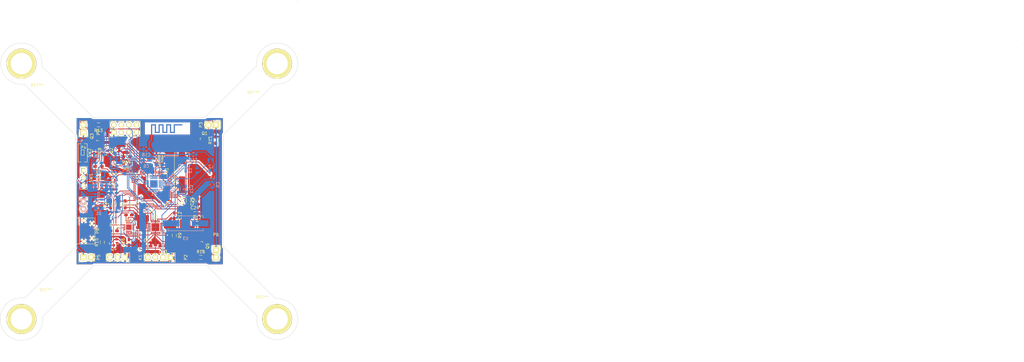
<source format=kicad_pcb>
(kicad_pcb (version 4) (host pcbnew 4.0.2+dfsg1-stable)
  (layers (0 F.Cu signal) (31 B.Cu signal) (34 B.Paste user) (35 F.Paste user) (36 B.SilkS user) (37 F.SilkS user) (38 B.Mask user) (39 F.Mask user) (44 Edge.Cuts user))
  (net 0 "")
  (net 1 +5V)
  (net 2 GND)
  (net 3 /3.7V)
  (net 4 "Net-(C5-Pad1)")
  (net 5 "Net-(C6-Pad2)")
  (net 6 "Net-(C7-Pad1)")
  (net 7 /RESET)
  (net 8 CHG5.5V)
  (net 9 +3.3V)
  (net 10 "Net-(C12-Pad1)")
  (net 11 "Net-(C15-Pad2)")
  (net 12 "Net-(C16-Pad2)")
  (net 13 "Net-(C17-Pad1)")
  (net 14 "Net-(C17-Pad2)")
  (net 15 "Net-(C19-Pad2)")
  (net 16 "Net-(C20-Pad1)")
  (net 17 "Net-(C20-Pad2)")
  (net 18 "Net-(C21-Pad2)")
  (net 19 "Net-(C22-Pad1)")
  (net 20 "Net-(C23-Pad2)")
  (net 21 "Net-(C24-Pad1)")
  (net 22 "Net-(C25-Pad2)")
  (net 23 "Net-(D1-Pad2)")
  (net 24 "Net-(D2-Pad1)")
  (net 25 /USART1_RX)
  (net 26 /USART1_TX)
  (net 27 "Net-(L2-Pad2)")
  (net 28 "Net-(L2-Pad1)")
  (net 29 "Net-(P1-Pad2)")
  (net 30 /SWDIO)
  (net 31 /SWCLK)
  (net 32 "Net-(P3-Pad2)")
  (net 33 "Net-(P4-Pad2)")
  (net 34 "Net-(P5-Pad2)")
  (net 35 "Net-(P6-Pad2)")
  (net 36 /PWM_1)
  (net 37 /BOOT0)
  (net 38 /PWM_2)
  (net 39 /PWM_3)
  (net 40 /PWM_4)
  (net 41 "Net-(R2-Pad2)")
  (net 42 "Net-(R5-Pad1)")
  (net 43 /I2C1_SCL)
  (net 44 /I2C1_SDA)
  (net 45 "Net-(R8-Pad2)")
  (net 46 "Net-(R9-Pad1)")
  (net 47 "Net-(R9-Pad2)")
  (net 48 "Net-(R10-Pad1)")
  (net 49 "Net-(R10-Pad2)")
  (net 50 /BOOT1)
  (net 51 "Net-(SW1-Pad1)")
  (net 52 "Net-(U1-Pad1)")
  (net 53 "Net-(U1-Pad2)")
  (net 54 /SPI2_SCK)
  (net 55 /SPI2_MOSI)
  (net 56 /SPI2_MISO)
  (net 57 "Net-(U1-Pad6)")
  (net 58 "Net-(U2-Pad2)")
  (net 59 "Net-(U2-Pad8)")
  (net 60 "Net-(U2-Pad9)")
  (net 61 "Net-(U2-Pad10)")
  (net 62 "Net-(U2-Pad11)")
  (net 63 "Net-(U2-Pad14)")
  (net 64 "Net-(U2-Pad15)")
  (net 65 "Net-(U2-Pad16)")
  (net 66 "Net-(U2-Pad17)")
  (net 67 "Net-(U2-Pad20)")
  (net 68 "Net-(U2-Pad21)")
  (net 69 "Net-(U2-Pad24)")
  (net 70 "Net-(U2-Pad25)")
  (net 71 "Net-(U2-Pad33)")
  (net 72 "Net-(U2-Pad37)")
  (net 73 "Net-(U2-Pad38)")
  (net 74 "Net-(U2-Pad39)")
  (net 75 "Net-(U2-Pad40)")
  (net 76 "Net-(U2-Pad41)")
  (net 77 "Net-(U2-Pad50)")
  (net 78 "Net-(U2-Pad51)")
  (net 79 "Net-(U2-Pad52)")
  (net 80 "Net-(U2-Pad53)")
  (net 81 "Net-(U2-Pad54)")
  (net 82 "Net-(U2-Pad55)")
  (net 83 "Net-(U2-Pad56)")
  (net 84 "Net-(U2-Pad57)")
  (net 85 "Net-(U2-Pad61)")
  (net 86 "Net-(U2-Pad62)")
  (net 87 "Net-(U3-Pad2)")
  (net 88 "Net-(U3-Pad3)")
  (net 89 "Net-(U3-Pad4)")
  (net 90 "Net-(U3-Pad5)")
  (net 91 /AUX_DA)
  (net 92 /AUX_CL)
  (net 93 "Net-(U3-Pad14)")
  (net 94 "Net-(U3-Pad15)")
  (net 95 "Net-(U3-Pad16)")
  (net 96 "Net-(U3-Pad17)")
  (net 97 "Net-(U3-Pad19)")
  (net 98 "Net-(U3-Pad21)")
  (net 99 "Net-(U3-Pad22)")
  (net 100 "Net-(U6-Pad4)")
  (net 101 "Net-(U7-Pad3)")
  (net 102 "Net-(U7-Pad5)")
  (net 103 "Net-(U7-Pad6)")
  (net 104 "Net-(U7-Pad7)")
  (net 105 "Net-(U7-Pad14)")
  (net 106 "Net-(P7-Pad3)")
  (net 107 "Net-(P7-Pad4)")
  (net 108 "Net-(P7-Pad8)")
  (net 109 /USB_DM)
  (net 110 /USB_DP)
  (net 111 /USART3_TX)
  (net 112 /ANT)
  (module wisape:720motor (layer F.Cu) (at 179.1462 136.3853 180)
    (fp_text reference REF** (at 5.1435 7.1501 360) (layer F.SilkS))
    (fp_text value 720motor)
    (pad 1 thru_hole circle (at 0.1397 -0.1524 180) (size 10 10) (drill 7.1) (layers *.Cu *.Mask F.SilkS))
  )
  (module wisape:720motor (layer F.Cu) (at 122.0597 150.6601 180)
    (fp_text reference REF** (at 20.574 23.8379 360) (layer F.SilkS))
    (fp_text value 720motor)
    (pad 1 thru_hole circle (at 28.7909 14.1224 180) (size 10 10) (drill 7.1) (layers *.Cu *.Mask F.SilkS))
  )
  (module wisape:720motor (layer F.Cu) (at 150.4696 36.7919)
    (fp_text reference REF** (at 20.574 23.8379 180) (layer F.SilkS))
    (fp_text value 720motor)
    (pad 1 thru_hole circle (at 28.5369 14.097) (size 10 10) (drill 7.1) (layers *.Cu *.Mask F.SilkS))
  )
  (module Capacitors_SMD:C_0603_HandSoldering (layer B.Cu) (at 124.206 85.3948)
    (fp_text reference C1 (at 0 1.9) (layer B.SilkS) (effects (justify mirror)))
    (fp_text value 1uF)
    (pad 1 smd rect (at -0.95 0) (size 1.2 0.75) (layers B.Cu B.Paste B.Mask) (net 1 +5V))
    (pad 2 smd rect (at 0.95 0) (size 1.2 0.75) (layers B.Cu B.Paste B.Mask) (net 2 GND))
  )
  (module Capacitors_SMD:C_0603_HandSoldering (layer B.Cu) (at 124.206 82.8548)
    (fp_text reference C2 (at 0 1.9) (layer B.SilkS) (effects (justify mirror)))
    (fp_text value 104)
    (pad 1 smd rect (at -0.95 0) (size 1.2 0.75) (layers B.Cu B.Paste B.Mask) (net 1 +5V))
    (pad 2 smd rect (at 0.95 0) (size 1.2 0.75) (layers B.Cu B.Paste B.Mask) (net 2 GND))
  )
  (module Capacitors_SMD:C_0603_HandSoldering (layer B.Cu) (at 124.206 91.7448 180)
    (fp_text reference C3 (at 0 1.9 180) (layer B.SilkS) (effects (justify mirror)))
    (fp_text value 10uF)
    (pad 1 smd rect (at -0.95 0 180) (size 1.2 0.75) (layers B.Cu B.Paste B.Mask) (net 3 /3.7V))
    (pad 2 smd rect (at 0.95 0 180) (size 1.2 0.75) (layers B.Cu B.Paste B.Mask) (net 2 GND))
  )
  (module Capacitors_SMD:C_0603_HandSoldering (layer B.Cu) (at 124.206 94.2848 180)
    (fp_text reference C4 (at 0 1.9 180) (layer B.SilkS) (effects (justify mirror)))
    (fp_text value 104)
    (pad 1 smd rect (at -0.95 0 180) (size 1.2 0.75) (layers B.Cu B.Paste B.Mask) (net 3 /3.7V))
    (pad 2 smd rect (at 0.95 0 180) (size 1.2 0.75) (layers B.Cu B.Paste B.Mask) (net 2 GND))
  )
  (module Capacitors_SMD:C_0603_HandSoldering (layer B.Cu) (at 157.226 91.4908 90)
    (fp_text reference C5 (at 0 1.9 90) (layer B.SilkS) (effects (justify mirror)))
    (fp_text value 22pF)
    (pad 1 smd rect (at -0.95 0 90) (size 1.2 0.75) (layers B.Cu B.Paste B.Mask) (net 4 "Net-(C5-Pad1)"))
    (pad 2 smd rect (at 0.95 0 90) (size 1.2 0.75) (layers B.Cu B.Paste B.Mask) (net 2 GND))
  )
  (module Capacitors_SMD:C_0603_HandSoldering (layer B.Cu) (at 135.128 83.3628)
    (fp_text reference C6 (at 0 1.9) (layer B.SilkS) (effects (justify mirror)))
    (fp_text value 22pF)
    (pad 1 smd rect (at -0.95 0) (size 1.2 0.75) (layers B.Cu B.Paste B.Mask) (net 2 GND))
    (pad 2 smd rect (at 0.95 0) (size 1.2 0.75) (layers B.Cu B.Paste B.Mask) (net 5 "Net-(C6-Pad2)"))
  )
  (module Capacitors_SMD:C_0603_HandSoldering (layer B.Cu) (at 119.126 84.1248)
    (fp_text reference C7 (at 0 1.9) (layer B.SilkS) (effects (justify mirror)))
    (fp_text value 220pF)
    (pad 1 smd rect (at -0.95 0) (size 1.2 0.75) (layers B.Cu B.Paste B.Mask) (net 6 "Net-(C7-Pad1)"))
    (pad 2 smd rect (at 0.95 0) (size 1.2 0.75) (layers B.Cu B.Paste B.Mask) (net 1 +5V))
  )
  (module Capacitors_SMD:C_0603_HandSoldering (layer F.Cu) (at 117.602 80.0608 270)
    (fp_text reference C8 (at 0 -1.9 270) (layer F.SilkS))
    (fp_text value C)
    (pad 1 smd rect (at -0.95 0 270) (size 1.2 0.75) (layers F.Cu F.Paste F.Mask) (net 7 /RESET))
    (pad 2 smd rect (at 0.95 0 270) (size 1.2 0.75) (layers F.Cu F.Paste F.Mask) (net 2 GND))
  )
  (module Capacitors_SMD:C_0603_HandSoldering (layer B.Cu) (at 124.206 100.6348 180)
    (fp_text reference C9 (at 0 1.9 180) (layer B.SilkS) (effects (justify mirror)))
    (fp_text value 10uF)
    (pad 1 smd rect (at -0.95 0 180) (size 1.2 0.75) (layers B.Cu B.Paste B.Mask) (net 2 GND))
    (pad 2 smd rect (at 0.95 0 180) (size 1.2 0.75) (layers B.Cu B.Paste B.Mask) (net 8 CHG5.5V))
  )
  (module Capacitors_SMD:C_0603_HandSoldering (layer F.Cu) (at 123.952 89.9668)
    (fp_text reference C10 (at 0 -1.9) (layer F.SilkS))
    (fp_text value 104)
    (pad 1 smd rect (at -0.95 0) (size 1.2 0.75) (layers F.Cu F.Paste F.Mask) (net 2 GND))
    (pad 2 smd rect (at 0.95 0) (size 1.2 0.75) (layers F.Cu F.Paste F.Mask) (net 9 +3.3V))
  )
  (module Capacitors_SMD:C_0603_HandSoldering (layer F.Cu) (at 123.952 93.0148)
    (fp_text reference C11 (at 0 -1.9) (layer F.SilkS))
    (fp_text value 2.2uF)
    (pad 1 smd rect (at -0.95 0) (size 1.2 0.75) (layers F.Cu F.Paste F.Mask) (net 2 GND))
    (pad 2 smd rect (at 0.95 0) (size 1.2 0.75) (layers F.Cu F.Paste F.Mask) (net 9 +3.3V))
  )
  (module Capacitors_SMD:C_0603_HandSoldering (layer F.Cu) (at 144.526 101.9048 270)
    (fp_text reference C12 (at 0 -1.9 270) (layer F.SilkS))
    (fp_text value 0.1uF)
    (pad 1 smd rect (at -0.95 0 270) (size 1.2 0.75) (layers F.Cu F.Paste F.Mask) (net 10 "Net-(C12-Pad1)"))
    (pad 2 smd rect (at 0.95 0 270) (size 1.2 0.75) (layers F.Cu F.Paste F.Mask) (net 2 GND))
  )
  (module Capacitors_SMD:C_0603_HandSoldering (layer F.Cu) (at 140.716 112.0648 180)
    (fp_text reference C13 (at 0 -1.9 180) (layer F.SilkS))
    (fp_text value 1uF)
    (pad 1 smd rect (at -0.95 0 180) (size 1.2 0.75) (layers F.Cu F.Paste F.Mask) (net 9 +3.3V))
    (pad 2 smd rect (at 0.95 0 180) (size 1.2 0.75) (layers F.Cu F.Paste F.Mask) (net 2 GND))
  )
  (module Capacitors_SMD:C_0603_HandSoldering (layer F.Cu) (at 135.636 112.0648)
    (fp_text reference C14 (at 0 -1.9) (layer F.SilkS))
    (fp_text value 104)
    (pad 1 smd rect (at -0.95 0) (size 1.2 0.75) (layers F.Cu F.Paste F.Mask) (net 9 +3.3V))
    (pad 2 smd rect (at 0.95 0) (size 1.2 0.75) (layers F.Cu F.Paste F.Mask) (net 2 GND))
  )
  (module Capacitors_SMD:C_0603_HandSoldering (layer B.Cu) (at 139.446 84.8868 180)
    (fp_text reference C15 (at 0 1.9 180) (layer B.SilkS) (effects (justify mirror)))
    (fp_text value 33nF)
    (pad 1 smd rect (at -0.95 0 180) (size 1.2 0.75) (layers B.Cu B.Paste B.Mask) (net 2 GND))
    (pad 2 smd rect (at 0.95 0 180) (size 1.2 0.75) (layers B.Cu B.Paste B.Mask) (net 11 "Net-(C15-Pad2)"))
  )
  (module Capacitors_SMD:C_0603_HandSoldering (layer F.Cu) (at 129.286 110.7948 90)
    (fp_text reference C16 (at 0 -1.9 90) (layer F.SilkS))
    (fp_text value 4.7uF)
    (pad 1 smd rect (at -0.95 0 90) (size 1.2 0.75) (layers F.Cu F.Paste F.Mask) (net 2 GND))
    (pad 2 smd rect (at 0.95 0 90) (size 1.2 0.75) (layers F.Cu F.Paste F.Mask) (net 12 "Net-(C16-Pad2)"))
  )
  (module Capacitors_SMD:C_0603_HandSoldering (layer F.Cu) (at 129.286 101.6508 180)
    (fp_text reference C17 (at 0 -1.9 180) (layer F.SilkS))
    (fp_text value 0.22uF)
    (pad 1 smd rect (at -0.95 0 180) (size 1.2 0.75) (layers F.Cu F.Paste F.Mask) (net 13 "Net-(C17-Pad1)"))
    (pad 2 smd rect (at 0.95 0 180) (size 1.2 0.75) (layers F.Cu F.Paste F.Mask) (net 14 "Net-(C17-Pad2)"))
  )
  (module Capacitors_SMD:C_0603_HandSoldering (layer B.Cu) (at 135.128 79.5528)
    (fp_text reference C18 (at 0 1.9) (layer B.SilkS) (effects (justify mirror)))
    (fp_text value 1pF)
    (pad 1 smd rect (at -0.95 0) (size 1.2 0.75) (layers B.Cu B.Paste B.Mask) (net 2 GND))
    (pad 2 smd rect (at 0.95 0) (size 1.2 0.75) (layers B.Cu B.Paste B.Mask) (net 112 /ANT))
  )
  (module Capacitors_SMD:C_0603_HandSoldering (layer B.Cu) (at 150.876 81.3308)
    (fp_text reference C19 (at 0 1.9) (layer B.SilkS) (effects (justify mirror)))
    (fp_text value 1.5pF)
    (pad 1 smd rect (at -0.95 0) (size 1.2 0.75) (layers B.Cu B.Paste B.Mask) (net 112 /ANT))
    (pad 2 smd rect (at 0.95 0) (size 1.2 0.75) (layers B.Cu B.Paste B.Mask) (net 15 "Net-(C19-Pad2)"))
  )
  (module Capacitors_SMD:C_0603_HandSoldering (layer B.Cu) (at 148.336 85.9028 270)
    (fp_text reference C20 (at 0 1.9 270) (layer B.SilkS) (effects (justify mirror)))
    (fp_text value 4.7pF)
    (pad 1 smd rect (at -0.95 0 270) (size 1.2 0.75) (layers B.Cu B.Paste B.Mask) (net 16 "Net-(C20-Pad1)"))
    (pad 2 smd rect (at 0.95 0 270) (size 1.2 0.75) (layers B.Cu B.Paste B.Mask) (net 17 "Net-(C20-Pad2)"))
  )
  (module Capacitors_SMD:C_0603_HandSoldering (layer B.Cu) (at 148.336 93.0148 90)
    (fp_text reference C21 (at 0 1.9 90) (layer B.SilkS) (effects (justify mirror)))
    (fp_text value 2.2nF)
    (pad 1 smd rect (at -0.95 0 90) (size 1.2 0.75) (layers B.Cu B.Paste B.Mask) (net 16 "Net-(C20-Pad1)"))
    (pad 2 smd rect (at 0.95 0 90) (size 1.2 0.75) (layers B.Cu B.Paste B.Mask) (net 18 "Net-(C21-Pad2)"))
  )
  (module Capacitors_SMD:C_0603_HandSoldering (layer F.Cu) (at 139.446 81.5848 180)
    (fp_text reference C22 (at 0 -1.9 180) (layer F.SilkS))
    (fp_text value 22pF)
    (pad 1 smd rect (at -0.95 0 180) (size 1.2 0.75) (layers F.Cu F.Paste F.Mask) (net 19 "Net-(C22-Pad1)"))
    (pad 2 smd rect (at 0.95 0 180) (size 1.2 0.75) (layers F.Cu F.Paste F.Mask) (net 2 GND))
  )
  (module Capacitors_SMD:C_0603_HandSoldering (layer F.Cu) (at 139.446 84.1248)
    (fp_text reference C23 (at 0 -1.9) (layer F.SilkS))
    (fp_text value 22pF)
    (pad 1 smd rect (at -0.95 0) (size 1.2 0.75) (layers F.Cu F.Paste F.Mask) (net 2 GND))
    (pad 2 smd rect (at 0.95 0) (size 1.2 0.75) (layers F.Cu F.Paste F.Mask) (net 20 "Net-(C23-Pad2)"))
  )
  (module Capacitors_SMD:C_0603_HandSoldering (layer F.Cu) (at 151.384 101.1428)
    (fp_text reference C24 (at 0 -1.9) (layer F.SilkS))
    (fp_text value 22pF)
    (pad 1 smd rect (at -0.95 0) (size 1.2 0.75) (layers F.Cu F.Paste F.Mask) (net 21 "Net-(C24-Pad1)"))
    (pad 2 smd rect (at 0.95 0) (size 1.2 0.75) (layers F.Cu F.Paste F.Mask) (net 2 GND))
  )
  (module Capacitors_SMD:C_0603_HandSoldering (layer F.Cu) (at 152.4 97.0788 90)
    (fp_text reference C25 (at 0 -1.9 90) (layer F.SilkS))
    (fp_text value 22pF)
    (pad 1 smd rect (at -0.95 0 90) (size 1.2 0.75) (layers F.Cu F.Paste F.Mask) (net 2 GND))
    (pad 2 smd rect (at 0.95 0 90) (size 1.2 0.75) (layers F.Cu F.Paste F.Mask) (net 22 "Net-(C25-Pad2)"))
  )
  (module LEDs:LED_0805 (layer B.Cu) (at 119.126 99.3648)
    (fp_text reference D1 (at 0 1.75) (layer B.SilkS) (effects (justify mirror)))
    (fp_text value LED)
    (pad 2 smd rect (at 1.04902 0 180) (size 1.19888 1.19888) (layers B.Cu B.Paste B.Mask) (net 23 "Net-(D1-Pad2)"))
    (pad 1 smd rect (at -1.04902 0 180) (size 1.19888 1.19888) (layers B.Cu B.Paste B.Mask) (net 8 CHG5.5V))
  )
  (module Inductors_NEOSID:Neosid_Inductor_SM0603CG (layer B.Cu) (at 124.206 87.9348 90)
    (fp_text reference L1 (at 0.09906 2.30124 90) (layer B.SilkS) (effects (justify mirror)))
    (fp_text value 10uH)
    (pad 2 smd rect (at 0.70104 0 90) (size 0.59944 1.19888) (layers B.Cu B.Paste B.Mask) (net 3 /3.7V))
    (pad 1 smd rect (at -0.70104 0 90) (size 0.59944 1.19888) (layers B.Cu B.Paste B.Mask) (net 24 "Net-(D2-Pad1)"))
  )
  (module Inductors_NEOSID:Neosid_Inductor_SM0603CG (layer B.Cu) (at 156.718 83.1088)
    (fp_text reference L2 (at 0.09906 2.30124) (layer B.SilkS) (effects (justify mirror)))
    (fp_text value 8.2nH)
    (pad 2 smd rect (at 0.70104 0) (size 0.59944 1.19888) (layers B.Cu B.Paste B.Mask) (net 27 "Net-(L2-Pad2)"))
    (pad 1 smd rect (at -0.70104 0) (size 0.59944 1.19888) (layers B.Cu B.Paste B.Mask) (net 28 "Net-(L2-Pad1)"))
  )
  (module Inductors_NEOSID:Neosid_Inductor_SM0603CG (layer B.Cu) (at 152.146 86.6648 270)
    (fp_text reference L3 (at 0.09906 2.30124 270) (layer B.SilkS) (effects (justify mirror)))
    (fp_text value 3.9uH)
    (pad 2 smd rect (at 0.70104 0 270) (size 0.59944 1.19888) (layers B.Cu B.Paste B.Mask) (net 28 "Net-(L2-Pad1)"))
    (pad 1 smd rect (at -0.70104 0 270) (size 0.59944 1.19888) (layers B.Cu B.Paste B.Mask) (net 15 "Net-(C19-Pad2)"))
  )
  (module Inductors_NEOSID:Neosid_Inductor_SM0603CG (layer B.Cu) (at 157.226 86.6648)
    (fp_text reference L4 (at 0.09906 2.30124) (layer B.SilkS) (effects (justify mirror)))
    (fp_text value 2.7nH)
    (pad 2 smd rect (at 0.70104 0) (size 0.59944 1.19888) (layers B.Cu B.Paste B.Mask) (net 27 "Net-(L2-Pad2)"))
    (pad 1 smd rect (at -0.70104 0) (size 0.59944 1.19888) (layers B.Cu B.Paste B.Mask) (net 16 "Net-(C20-Pad1)"))
  )
  (module Pin_Headers:Pin_Header_Straight_1x02 (layer B.Cu) (at 114.046 97.0788 180)
    (fp_text reference P1 (at 0 5.1 180) (layer B.SilkS) (effects (justify mirror)))
    (fp_text value BATCON)
    (pad 1 thru_hole rect (at 0 0 180) (size 2.032 2.032) (drill 1.016) (layers *.Cu *.Mask B.SilkS) (net 2 GND))
    (pad 2 thru_hole oval (at 0 -2.54 180) (size 2.032 2.032) (drill 1.016) (layers *.Cu *.Mask B.SilkS) (net 29 "Net-(P1-Pad2)"))
  )
  (module Pin_Headers:Pin_Header_Straight_1x04 (layer F.Cu) (at 143.256 115.8748 270)
    (fp_text reference P2 (at 0 -5.1 270) (layer F.SilkS))
    (fp_text value SWD)
    (pad 1 thru_hole rect (at 0 0 270) (size 2.032 1.7272) (drill 1.016) (layers *.Cu *.Mask F.SilkS) (net 2 GND))
    (pad 2 thru_hole oval (at 0 2.54 270) (size 2.032 1.7272) (drill 1.016) (layers *.Cu *.Mask F.SilkS) (net 9 +3.3V))
    (pad 3 thru_hole oval (at 0 5.08 270) (size 2.032 1.7272) (drill 1.016) (layers *.Cu *.Mask F.SilkS) (net 30 /SWDIO))
    (pad 4 thru_hole oval (at 0 7.62 270) (size 2.032 1.7272) (drill 1.016) (layers *.Cu *.Mask F.SilkS) (net 31 /SWCLK))
  )
  (module Pin_Headers:Pin_Header_Straight_1x02 (layer F.Cu) (at 158.496 71.4248 270)
    (fp_text reference P3 (at 0 5.08 270) (layer F.SilkS))
    (fp_text value Motor1)
    (pad 1 thru_hole rect (at 0 0 270) (size 2.032 2.032) (drill 1.016) (layers *.Cu *.Mask F.SilkS) (net 3 /3.7V))
    (pad 2 thru_hole oval (at 0 2.54 270) (size 2.032 2.032) (drill 1.016) (layers *.Cu *.Mask F.SilkS) (net 32 "Net-(P3-Pad2)"))
  )
  (module Pin_Headers:Pin_Header_Straight_1x02 (layer F.Cu) (at 114.046 73.9648 180)
    (fp_text reference P4 (at 0 -5.1 180) (layer F.SilkS))
    (fp_text value Motor2)
    (pad 1 thru_hole rect (at 0 0 180) (size 2.032 2.032) (drill 1.016) (layers *.Cu *.Mask F.SilkS) (net 3 /3.7V))
    (pad 2 thru_hole oval (at 0 2.54 180) (size 2.032 2.032) (drill 1.016) (layers *.Cu *.Mask F.SilkS) (net 33 "Net-(P4-Pad2)"))
  )
  (module Pin_Headers:Pin_Header_Straight_1x02 (layer F.Cu) (at 114.046 115.8748 90)
    (fp_text reference P5 (at 0 5.08 90) (layer F.SilkS))
    (fp_text value Motor3)
    (pad 1 thru_hole rect (at 0 0 90) (size 2.032 2.032) (drill 1.016) (layers *.Cu *.Mask F.SilkS) (net 3 /3.7V))
    (pad 2 thru_hole oval (at 0 2.54 90) (size 2.032 2.032) (drill 1.016) (layers *.Cu *.Mask F.SilkS) (net 34 "Net-(P5-Pad2)"))
  )
  (module Pin_Headers:Pin_Header_Straight_1x02 (layer F.Cu) (at 158.496 113.3348)
    (fp_text reference P6 (at 0 -5.1) (layer F.SilkS))
    (fp_text value Motor4)
    (pad 1 thru_hole rect (at 0 0) (size 2.032 2.032) (drill 1.016) (layers *.Cu *.Mask F.SilkS) (net 3 /3.7V))
    (pad 2 thru_hole oval (at 0 2.54) (size 2.032 2.032) (drill 1.016) (layers *.Cu *.Mask F.SilkS) (net 35 "Net-(P6-Pad2)"))
  )
  (module TO_SOT_Packages_SMD:SOT-23 (layer F.Cu) (at 154.686 76.5048)
    (fp_text reference Q1 (at 0 -2.25) (layer F.SilkS))
    (fp_text value SI2302)
    (pad 1 smd rect (at -0.95 1.00076) (size 0.8001 0.8001) (layers F.Cu F.Paste F.Mask) (net 36 /PWM_1))
    (pad 2 smd rect (at 0.95 1.00076) (size 0.8001 0.8001) (layers F.Cu F.Paste F.Mask) (net 2 GND))
    (pad 3 smd rect (at 0 -0.99822) (size 0.8001 0.8001) (layers F.Cu F.Paste F.Mask) (net 32 "Net-(P3-Pad2)"))
  )
  (module TO_SOT_Packages_SMD:SOT-23 (layer F.Cu) (at 121.158 80.0608 270)
    (fp_text reference Q2 (at 0 -2.25 270) (layer F.SilkS))
    (fp_text value S8550)
    (pad 1 smd rect (at -0.95 1.00076 270) (size 0.8001 0.8001) (layers F.Cu F.Paste F.Mask) (net 7 /RESET))
    (pad 2 smd rect (at 0.95 1.00076 270) (size 0.8001 0.8001) (layers F.Cu F.Paste F.Mask) (net 9 +3.3V))
    (pad 3 smd rect (at 0 -0.99822 270) (size 0.8001 0.8001) (layers F.Cu F.Paste F.Mask) (net 37 /BOOT0))
  )
  (module TO_SOT_Packages_SMD:SOT-23 (layer F.Cu) (at 119.126 75.2348 90)
    (fp_text reference Q3 (at 0 -2.25 90) (layer F.SilkS))
    (fp_text value SI2302)
    (pad 1 smd rect (at -0.95 1.00076 90) (size 0.8001 0.8001) (layers F.Cu F.Paste F.Mask) (net 38 /PWM_2))
    (pad 2 smd rect (at 0.95 1.00076 90) (size 0.8001 0.8001) (layers F.Cu F.Paste F.Mask) (net 2 GND))
    (pad 3 smd rect (at 0 -0.99822 90) (size 0.8001 0.8001) (layers F.Cu F.Paste F.Mask) (net 33 "Net-(P4-Pad2)"))
  )
  (module TO_SOT_Packages_SMD:SOT-23 (layer F.Cu) (at 124.206 110.7948 180)
    (fp_text reference Q4 (at 0 -2.25 180) (layer F.SilkS))
    (fp_text value SI2302)
    (pad 1 smd rect (at -0.95 1.00076 180) (size 0.8001 0.8001) (layers F.Cu F.Paste F.Mask) (net 39 /PWM_3))
    (pad 2 smd rect (at 0.95 1.00076 180) (size 0.8001 0.8001) (layers F.Cu F.Paste F.Mask) (net 2 GND))
    (pad 3 smd rect (at 0 -0.99822 180) (size 0.8001 0.8001) (layers F.Cu F.Paste F.Mask) (net 34 "Net-(P5-Pad2)"))
  )
  (module TO_SOT_Packages_SMD:SOT-23 (layer F.Cu) (at 153.416 112.0648 270)
    (fp_text reference Q5 (at 0 -2.25 270) (layer F.SilkS))
    (fp_text value SI2302)
    (pad 1 smd rect (at -0.95 1.00076 270) (size 0.8001 0.8001) (layers F.Cu F.Paste F.Mask) (net 40 /PWM_4))
    (pad 2 smd rect (at 0.95 1.00076 270) (size 0.8001 0.8001) (layers F.Cu F.Paste F.Mask) (net 2 GND))
    (pad 3 smd rect (at 0 -0.99822 270) (size 0.8001 0.8001) (layers F.Cu F.Paste F.Mask) (net 35 "Net-(P6-Pad2)"))
  )
  (module Resistors_SMD:R_0603_HandSoldering (layer F.Cu) (at 128.524 84.3788 180)
    (fp_text reference R1 (at 0 -1.9 180) (layer F.SilkS))
    (fp_text value 10K)
    (pad 1 smd rect (at -1.1 0 180) (size 1.2 0.9) (layers F.Cu F.Paste F.Mask) (net 6 "Net-(C7-Pad1)"))
    (pad 2 smd rect (at 1.1 0 180) (size 1.2 0.9) (layers F.Cu F.Paste F.Mask) (net 2 GND))
  )
  (module Resistors_SMD:R_0603_HandSoldering (layer F.Cu) (at 123.19 98.0948 90)
    (fp_text reference R2 (at 0 -1.9 90) (layer F.SilkS))
    (fp_text value 100K)
    (pad 1 smd rect (at -1.1 0 90) (size 1.2 0.9) (layers F.Cu F.Paste F.Mask) (net 23 "Net-(D1-Pad2)"))
    (pad 2 smd rect (at 1.1 0 90) (size 1.2 0.9) (layers F.Cu F.Paste F.Mask) (net 41 "Net-(R2-Pad2)"))
  )
  (module Resistors_SMD:R_0603_HandSoldering (layer B.Cu) (at 128.016 86.6648 90)
    (fp_text reference R3 (at 0 1.9 90) (layer B.SilkS) (effects (justify mirror)))
    (fp_text value 33K)
    (pad 1 smd rect (at -1.1 0 90) (size 1.2 0.9) (layers B.Cu B.Paste B.Mask) (net 1 +5V))
    (pad 2 smd rect (at 1.1 0 90) (size 1.2 0.9) (layers B.Cu B.Paste B.Mask) (net 6 "Net-(C7-Pad1)"))
  )
  (module Resistors_SMD:R_0603_HandSoldering (layer F.Cu) (at 119.126 85.3948 180)
    (fp_text reference R4 (at 0 -1.9 180) (layer F.SilkS))
    (fp_text value 10K)
    (pad 1 smd rect (at -1.1 0 180) (size 1.2 0.9) (layers F.Cu F.Paste F.Mask) (net 9 +3.3V))
    (pad 2 smd rect (at 1.1 0 180) (size 1.2 0.9) (layers F.Cu F.Paste F.Mask) (net 7 /RESET))
  )
  (module Resistors_SMD:R_0603_HandSoldering (layer B.Cu) (at 119.126 91.7448 180)
    (fp_text reference R5 (at 0 1.9 180) (layer B.SilkS) (effects (justify mirror)))
    (fp_text value 1.65K)
    (pad 1 smd rect (at -1.1 0 180) (size 1.2 0.9) (layers B.Cu B.Paste B.Mask) (net 42 "Net-(R5-Pad1)"))
    (pad 2 smd rect (at 1.1 0 180) (size 1.2 0.9) (layers B.Cu B.Paste B.Mask) (net 2 GND))
  )
  (module Resistors_SMD:R_0603_HandSoldering (layer F.Cu) (at 125.73 98.0948 270)
    (fp_text reference R6 (at 0 -1.9 270) (layer F.SilkS))
    (fp_text value R)
    (pad 1 smd rect (at -1.1 0 270) (size 1.2 0.9) (layers F.Cu F.Paste F.Mask) (net 9 +3.3V))
    (pad 2 smd rect (at 1.1 0 270) (size 1.2 0.9) (layers F.Cu F.Paste F.Mask) (net 43 /I2C1_SCL))
  )
  (module Resistors_SMD:R_0603_HandSoldering (layer F.Cu) (at 128.016 98.0948 270)
    (fp_text reference R7 (at 0 -1.9 270) (layer F.SilkS))
    (fp_text value R)
    (pad 1 smd rect (at -1.1 0 270) (size 1.2 0.9) (layers F.Cu F.Paste F.Mask) (net 9 +3.3V))
    (pad 2 smd rect (at 1.1 0 270) (size 1.2 0.9) (layers F.Cu F.Paste F.Mask) (net 44 /I2C1_SDA))
  )
  (module Resistors_SMD:R_0603_HandSoldering (layer B.Cu) (at 145.796 93.0148 270)
    (fp_text reference R8 (at 0 1.9 270) (layer B.SilkS) (effects (justify mirror)))
    (fp_text value 22K)
    (pad 1 smd rect (at -1.1 0 270) (size 1.2 0.9) (layers B.Cu B.Paste B.Mask) (net 2 GND))
    (pad 2 smd rect (at 1.1 0 270) (size 1.2 0.9) (layers B.Cu B.Paste B.Mask) (net 45 "Net-(R8-Pad2)"))
  )
  (module Resistors_SMD:R_0603_HandSoldering (layer F.Cu) (at 144.526 108.5088 270)
    (fp_text reference R9 (at 0 -1.9 270) (layer F.SilkS))
    (fp_text value 3K)
    (pad 1 smd rect (at -1.1 0 270) (size 1.2 0.9) (layers F.Cu F.Paste F.Mask) (net 46 "Net-(R9-Pad1)"))
    (pad 2 smd rect (at 1.1 0 270) (size 1.2 0.9) (layers F.Cu F.Paste F.Mask) (net 47 "Net-(R9-Pad2)"))
  )
  (module Resistors_SMD:R_0603_HandSoldering (layer F.Cu) (at 124.206 106.9848)
    (fp_text reference R10 (at 0 -1.9) (layer F.SilkS))
    (fp_text value 3K)
    (pad 1 smd rect (at -1.1 0) (size 1.2 0.9) (layers F.Cu F.Paste F.Mask) (net 48 "Net-(R10-Pad1)"))
    (pad 2 smd rect (at 1.1 0) (size 1.2 0.9) (layers F.Cu F.Paste F.Mask) (net 49 "Net-(R10-Pad2)"))
  )
  (module Resistors_SMD:R_0603_HandSoldering (layer F.Cu) (at 158.496 76.5048 90)
    (fp_text reference R11 (at 0 -1.9 90) (layer F.SilkS))
    (fp_text value 10K)
    (pad 1 smd rect (at -1.1 0 90) (size 1.2 0.9) (layers F.Cu F.Paste F.Mask) (net 36 /PWM_1))
    (pad 2 smd rect (at 1.1 0 90) (size 1.2 0.9) (layers F.Cu F.Paste F.Mask) (net 2 GND))
  )
  (module Resistors_SMD:R_0603_HandSoldering (layer F.Cu) (at 152.146 104.4448)
    (fp_text reference R12 (at 0 -1.9) (layer F.SilkS))
    (fp_text value 10K)
    (pad 1 smd rect (at -1.1 0) (size 1.2 0.9) (layers F.Cu F.Paste F.Mask) (net 37 /BOOT0))
    (pad 2 smd rect (at 1.1 0) (size 1.2 0.9) (layers F.Cu F.Paste F.Mask) (net 2 GND))
  )
  (module Resistors_SMD:R_0603_HandSoldering (layer F.Cu) (at 119.126 71.4248 180)
    (fp_text reference R13 (at 0 -1.9 180) (layer F.SilkS))
    (fp_text value 10K)
    (pad 1 smd rect (at -1.1 0 180) (size 1.2 0.9) (layers F.Cu F.Paste F.Mask) (net 38 /PWM_2))
    (pad 2 smd rect (at 1.1 0 180) (size 1.2 0.9) (layers F.Cu F.Paste F.Mask) (net 2 GND))
  )
  (module Resistors_SMD:R_0603_HandSoldering (layer F.Cu) (at 128.524 82.0928 180)
    (fp_text reference R14 (at 0 -1.9 180) (layer F.SilkS))
    (fp_text value 10K)
    (pad 1 smd rect (at -1.1 0 180) (size 1.2 0.9) (layers F.Cu F.Paste F.Mask) (net 50 /BOOT1))
    (pad 2 smd rect (at 1.1 0 180) (size 1.2 0.9) (layers F.Cu F.Paste F.Mask) (net 2 GND))
  )
  (module Resistors_SMD:R_0603_HandSoldering (layer F.Cu) (at 120.396 110.7948 90)
    (fp_text reference R15 (at 0 -1.9 90) (layer F.SilkS))
    (fp_text value 10K)
    (pad 1 smd rect (at -1.1 0 90) (size 1.2 0.9) (layers F.Cu F.Paste F.Mask) (net 39 /PWM_3))
    (pad 2 smd rect (at 1.1 0 90) (size 1.2 0.9) (layers F.Cu F.Paste F.Mask) (net 2 GND))
  )
  (module Resistors_SMD:R_0603_HandSoldering (layer F.Cu) (at 153.416 115.8748)
    (fp_text reference R16 (at 0 -1.9) (layer F.SilkS))
    (fp_text value 10K)
    (pad 1 smd rect (at -1.1 0) (size 1.2 0.9) (layers F.Cu F.Paste F.Mask) (net 40 /PWM_4))
    (pad 2 smd rect (at 1.1 0) (size 1.2 0.9) (layers F.Cu F.Paste F.Mask) (net 2 GND))
  )
  (module Housings_DFN_QFN:QFN-20-1EP_4x4mm_Pitch0.5mm (layer B.Cu) (at 137.668 91.2368)
    (fp_text reference U1 (at 0 3.33) (layer B.SilkS) (effects (justify mirror)))
    (fp_text value NRF24L01+)
    (pad 1 smd rect (at -1.965 1) (size 0.73 0.3) (layers B.Cu B.Paste B.Mask) (net 52 "Net-(U1-Pad1)"))
    (pad 2 smd rect (at -1.965 0.5) (size 0.73 0.3) (layers B.Cu B.Paste B.Mask) (net 53 "Net-(U1-Pad2)"))
    (pad 3 smd rect (at -1.965 0) (size 0.73 0.3) (layers B.Cu B.Paste B.Mask) (net 54 /SPI2_SCK))
    (pad 4 smd rect (at -1.965 -0.5) (size 0.73 0.3) (layers B.Cu B.Paste B.Mask) (net 55 /SPI2_MOSI))
    (pad 5 smd rect (at -1.965 -1) (size 0.73 0.3) (layers B.Cu B.Paste B.Mask) (net 56 /SPI2_MISO))
    (pad 6 smd rect (at -1 -1.965 270) (size 0.73 0.3) (layers B.Cu B.Paste B.Mask) (net 57 "Net-(U1-Pad6)"))
    (pad 7 smd rect (at -0.5 -1.965 270) (size 0.73 0.3) (layers B.Cu B.Paste B.Mask) (net 9 +3.3V))
    (pad 8 smd rect (at 0 -1.965 270) (size 0.73 0.3) (layers B.Cu B.Paste B.Mask) (net 2 GND))
    (pad 9 smd rect (at 0.5 -1.965 270) (size 0.73 0.3) (layers B.Cu B.Paste B.Mask) (net 4 "Net-(C5-Pad1)"))
    (pad 10 smd rect (at 1 -1.965 270) (size 0.73 0.3) (layers B.Cu B.Paste B.Mask) (net 5 "Net-(C6-Pad2)"))
    (pad 11 smd rect (at 1.965 -1) (size 0.73 0.3) (layers B.Cu B.Paste B.Mask) (net 16 "Net-(C20-Pad1)"))
    (pad 12 smd rect (at 1.965 -0.5) (size 0.73 0.3) (layers B.Cu B.Paste B.Mask) (net 27 "Net-(L2-Pad2)"))
    (pad 13 smd rect (at 1.965 0) (size 0.73 0.3) (layers B.Cu B.Paste B.Mask) (net 28 "Net-(L2-Pad1)"))
    (pad 14 smd rect (at 1.965 0.5) (size 0.73 0.3) (layers B.Cu B.Paste B.Mask) (net 2 GND))
    (pad 15 smd rect (at 1.965 1) (size 0.73 0.3) (layers B.Cu B.Paste B.Mask) (net 9 +3.3V))
    (pad 16 smd rect (at 1 1.965 270) (size 0.73 0.3) (layers B.Cu B.Paste B.Mask) (net 45 "Net-(R8-Pad2)"))
    (pad 17 smd rect (at 0.5 1.965 270) (size 0.73 0.3) (layers B.Cu B.Paste B.Mask) (net 2 GND))
    (pad 18 smd rect (at 0 1.965 270) (size 0.73 0.3) (layers B.Cu B.Paste B.Mask) (net 9 +3.3V))
    (pad 19 smd rect (at -0.5 1.965 270) (size 0.73 0.3) (layers B.Cu B.Paste B.Mask) (net 11 "Net-(C15-Pad2)"))
    (pad 20 smd rect (at -1 1.965 270) (size 0.73 0.3) (layers B.Cu B.Paste B.Mask) (net 2 GND))
    (pad 21 smd rect (at 0.625 -0.625) (size 1.25 1.25) (layers B.Cu B.Paste B.Mask))
    (pad 21 smd rect (at 0.625 0.625) (size 1.25 1.25) (layers B.Cu B.Paste B.Mask))
    (pad 21 smd rect (at -0.625 -0.625) (size 1.25 1.25) (layers B.Cu B.Paste B.Mask))
    (pad 21 smd rect (at -0.625 0.625) (size 1.25 1.25) (layers B.Cu B.Paste B.Mask))
  )
  (module Housings_QFP:LQFP-64_10x10mm_Pitch0.5mm (layer F.Cu) (at 136.906 93.0148 180)
    (fp_text reference U2 (at 0 -7.2 180) (layer F.SilkS))
    (fp_text value STM32F103RC)
    (pad 1 smd rect (at -5.7 -3.75 180) (size 1 0.25) (layers F.Cu F.Paste F.Mask) (net 9 +3.3V))
    (pad 2 smd rect (at -5.7 -3.25 180) (size 1 0.25) (layers F.Cu F.Paste F.Mask) (net 58 "Net-(U2-Pad2)"))
    (pad 3 smd rect (at -5.7 -2.75 180) (size 1 0.25) (layers F.Cu F.Paste F.Mask) (net 21 "Net-(C24-Pad1)"))
    (pad 4 smd rect (at -5.7 -2.25 180) (size 1 0.25) (layers F.Cu F.Paste F.Mask) (net 22 "Net-(C25-Pad2)"))
    (pad 5 smd rect (at -5.7 -1.75 180) (size 1 0.25) (layers F.Cu F.Paste F.Mask) (net 19 "Net-(C22-Pad1)"))
    (pad 6 smd rect (at -5.7 -1.25 180) (size 1 0.25) (layers F.Cu F.Paste F.Mask) (net 20 "Net-(C23-Pad2)"))
    (pad 7 smd rect (at -5.7 -0.75 180) (size 1 0.25) (layers F.Cu F.Paste F.Mask) (net 7 /RESET))
    (pad 8 smd rect (at -5.7 -0.25 180) (size 1 0.25) (layers F.Cu F.Paste F.Mask) (net 59 "Net-(U2-Pad8)"))
    (pad 9 smd rect (at -5.7 0.25 180) (size 1 0.25) (layers F.Cu F.Paste F.Mask) (net 60 "Net-(U2-Pad9)"))
    (pad 10 smd rect (at -5.7 0.75 180) (size 1 0.25) (layers F.Cu F.Paste F.Mask) (net 61 "Net-(U2-Pad10)"))
    (pad 11 smd rect (at -5.7 1.25 180) (size 1 0.25) (layers F.Cu F.Paste F.Mask) (net 62 "Net-(U2-Pad11)"))
    (pad 12 smd rect (at -5.7 1.75 180) (size 1 0.25) (layers F.Cu F.Paste F.Mask) (net 2 GND))
    (pad 13 smd rect (at -5.7 2.25 180) (size 1 0.25) (layers F.Cu F.Paste F.Mask) (net 9 +3.3V))
    (pad 14 smd rect (at -5.7 2.75 180) (size 1 0.25) (layers F.Cu F.Paste F.Mask) (net 63 "Net-(U2-Pad14)"))
    (pad 15 smd rect (at -5.7 3.25 180) (size 1 0.25) (layers F.Cu F.Paste F.Mask) (net 64 "Net-(U2-Pad15)"))
    (pad 16 smd rect (at -5.7 3.75 180) (size 1 0.25) (layers F.Cu F.Paste F.Mask) (net 65 "Net-(U2-Pad16)"))
    (pad 17 smd rect (at -3.75 5.7 270) (size 1 0.25) (layers F.Cu F.Paste F.Mask) (net 66 "Net-(U2-Pad17)"))
    (pad 18 smd rect (at -3.25 5.7 270) (size 1 0.25) (layers F.Cu F.Paste F.Mask) (net 2 GND))
    (pad 19 smd rect (at -2.75 5.7 270) (size 1 0.25) (layers F.Cu F.Paste F.Mask) (net 9 +3.3V))
    (pad 20 smd rect (at -2.25 5.7 270) (size 1 0.25) (layers F.Cu F.Paste F.Mask) (net 67 "Net-(U2-Pad20)"))
    (pad 21 smd rect (at -1.75 5.7 270) (size 1 0.25) (layers F.Cu F.Paste F.Mask) (net 68 "Net-(U2-Pad21)"))
    (pad 22 smd rect (at -1.25 5.7 270) (size 1 0.25) (layers F.Cu F.Paste F.Mask) (net 36 /PWM_1))
    (pad 23 smd rect (at -0.75 5.7 270) (size 1 0.25) (layers F.Cu F.Paste F.Mask) (net 38 /PWM_2))
    (pad 24 smd rect (at -0.25 5.7 270) (size 1 0.25) (layers F.Cu F.Paste F.Mask) (net 69 "Net-(U2-Pad24)"))
    (pad 25 smd rect (at 0.25 5.7 270) (size 1 0.25) (layers F.Cu F.Paste F.Mask) (net 70 "Net-(U2-Pad25)"))
    (pad 26 smd rect (at 0.75 5.7 270) (size 1 0.25) (layers F.Cu F.Paste F.Mask) (net 39 /PWM_3))
    (pad 27 smd rect (at 1.25 5.7 270) (size 1 0.25) (layers F.Cu F.Paste F.Mask) (net 40 /PWM_4))
    (pad 28 smd rect (at 1.75 5.7 270) (size 1 0.25) (layers F.Cu F.Paste F.Mask) (net 50 /BOOT1))
    (pad 29 smd rect (at 2.25 5.7 270) (size 1 0.25) (layers F.Cu F.Paste F.Mask) (net 111 /USART3_TX))
    (pad 30 smd rect (at 2.75 5.7 270) (size 1 0.25) (layers F.Cu F.Paste F.Mask) (net 111 /USART3_TX))
    (pad 31 smd rect (at 3.25 5.7 270) (size 1 0.25) (layers F.Cu F.Paste F.Mask) (net 2 GND))
    (pad 32 smd rect (at 3.75 5.7 270) (size 1 0.25) (layers F.Cu F.Paste F.Mask) (net 9 +3.3V))
    (pad 33 smd rect (at 5.7 3.75 180) (size 1 0.25) (layers F.Cu F.Paste F.Mask) (net 71 "Net-(U2-Pad33)"))
    (pad 34 smd rect (at 5.7 3.25 180) (size 1 0.25) (layers F.Cu F.Paste F.Mask) (net 54 /SPI2_SCK))
    (pad 35 smd rect (at 5.7 2.75 180) (size 1 0.25) (layers F.Cu F.Paste F.Mask) (net 56 /SPI2_MISO))
    (pad 36 smd rect (at 5.7 2.25 180) (size 1 0.25) (layers F.Cu F.Paste F.Mask) (net 55 /SPI2_MOSI))
    (pad 37 smd rect (at 5.7 1.75 180) (size 1 0.25) (layers F.Cu F.Paste F.Mask) (net 72 "Net-(U2-Pad37)"))
    (pad 38 smd rect (at 5.7 1.25 180) (size 1 0.25) (layers F.Cu F.Paste F.Mask) (net 73 "Net-(U2-Pad38)"))
    (pad 39 smd rect (at 5.7 0.75 180) (size 1 0.25) (layers F.Cu F.Paste F.Mask) (net 74 "Net-(U2-Pad39)"))
    (pad 40 smd rect (at 5.7 0.25 180) (size 1 0.25) (layers F.Cu F.Paste F.Mask) (net 75 "Net-(U2-Pad40)"))
    (pad 41 smd rect (at 5.7 -0.25 180) (size 1 0.25) (layers F.Cu F.Paste F.Mask) (net 76 "Net-(U2-Pad41)"))
    (pad 42 smd rect (at 5.7 -0.75 180) (size 1 0.25) (layers F.Cu F.Paste F.Mask) (net 26 /USART1_TX))
    (pad 43 smd rect (at 5.7 -1.25 180) (size 1 0.25) (layers F.Cu F.Paste F.Mask) (net 25 /USART1_RX))
    (pad 44 smd rect (at 5.7 -1.75 180) (size 1 0.25) (layers F.Cu F.Paste F.Mask) (net 109 /USB_DM))
    (pad 45 smd rect (at 5.7 -2.25 180) (size 1 0.25) (layers F.Cu F.Paste F.Mask) (net 110 /USB_DP))
    (pad 46 smd rect (at 5.7 -2.75 180) (size 1 0.25) (layers F.Cu F.Paste F.Mask) (net 30 /SWDIO))
    (pad 47 smd rect (at 5.7 -3.25 180) (size 1 0.25) (layers F.Cu F.Paste F.Mask) (net 2 GND))
    (pad 48 smd rect (at 5.7 -3.75 180) (size 1 0.25) (layers F.Cu F.Paste F.Mask) (net 9 +3.3V))
    (pad 49 smd rect (at 3.75 -5.7 270) (size 1 0.25) (layers F.Cu F.Paste F.Mask) (net 31 /SWCLK))
    (pad 50 smd rect (at 3.25 -5.7 270) (size 1 0.25) (layers F.Cu F.Paste F.Mask) (net 77 "Net-(U2-Pad50)"))
    (pad 51 smd rect (at 2.75 -5.7 270) (size 1 0.25) (layers F.Cu F.Paste F.Mask) (net 78 "Net-(U2-Pad51)"))
    (pad 52 smd rect (at 2.25 -5.7 270) (size 1 0.25) (layers F.Cu F.Paste F.Mask) (net 79 "Net-(U2-Pad52)"))
    (pad 53 smd rect (at 1.75 -5.7 270) (size 1 0.25) (layers F.Cu F.Paste F.Mask) (net 80 "Net-(U2-Pad53)"))
    (pad 54 smd rect (at 1.25 -5.7 270) (size 1 0.25) (layers F.Cu F.Paste F.Mask) (net 81 "Net-(U2-Pad54)"))
    (pad 55 smd rect (at 0.75 -5.7 270) (size 1 0.25) (layers F.Cu F.Paste F.Mask) (net 82 "Net-(U2-Pad55)"))
    (pad 56 smd rect (at 0.25 -5.7 270) (size 1 0.25) (layers F.Cu F.Paste F.Mask) (net 83 "Net-(U2-Pad56)"))
    (pad 57 smd rect (at -0.25 -5.7 270) (size 1 0.25) (layers F.Cu F.Paste F.Mask) (net 84 "Net-(U2-Pad57)"))
    (pad 58 smd rect (at -0.75 -5.7 270) (size 1 0.25) (layers F.Cu F.Paste F.Mask) (net 43 /I2C1_SCL))
    (pad 59 smd rect (at -1.25 -5.7 270) (size 1 0.25) (layers F.Cu F.Paste F.Mask) (net 44 /I2C1_SDA))
    (pad 60 smd rect (at -1.75 -5.7 270) (size 1 0.25) (layers F.Cu F.Paste F.Mask) (net 37 /BOOT0))
    (pad 61 smd rect (at -2.25 -5.7 270) (size 1 0.25) (layers F.Cu F.Paste F.Mask) (net 85 "Net-(U2-Pad61)"))
    (pad 62 smd rect (at -2.75 -5.7 270) (size 1 0.25) (layers F.Cu F.Paste F.Mask) (net 86 "Net-(U2-Pad62)"))
    (pad 63 smd rect (at -3.25 -5.7 270) (size 1 0.25) (layers F.Cu F.Paste F.Mask) (net 2 GND))
    (pad 64 smd rect (at -3.75 -5.7 270) (size 1 0.25) (layers F.Cu F.Paste F.Mask) (net 9 +3.3V))
  )
  (module Housings_DFN_QFN:QFN-24-1EP_4x4mm_Pitch0.5mm (layer F.Cu) (at 138.176 105.7148)
    (fp_text reference U3 (at 0 -3.375) (layer F.SilkS))
    (fp_text value MPU6050)
    (pad 1 smd rect (at -1.95 -1.25) (size 0.85 0.3) (layers F.Cu F.Paste F.Mask) (net 2 GND))
    (pad 2 smd rect (at -1.95 -0.75) (size 0.85 0.3) (layers F.Cu F.Paste F.Mask) (net 87 "Net-(U3-Pad2)"))
    (pad 3 smd rect (at -1.95 -0.25) (size 0.85 0.3) (layers F.Cu F.Paste F.Mask) (net 88 "Net-(U3-Pad3)"))
    (pad 4 smd rect (at -1.95 0.25) (size 0.85 0.3) (layers F.Cu F.Paste F.Mask) (net 89 "Net-(U3-Pad4)"))
    (pad 5 smd rect (at -1.95 0.75) (size 0.85 0.3) (layers F.Cu F.Paste F.Mask) (net 90 "Net-(U3-Pad5)"))
    (pad 6 smd rect (at -1.95 1.25) (size 0.85 0.3) (layers F.Cu F.Paste F.Mask) (net 91 /AUX_DA))
    (pad 7 smd rect (at -1.25 1.95 90) (size 0.85 0.3) (layers F.Cu F.Paste F.Mask) (net 92 /AUX_CL))
    (pad 8 smd rect (at -0.75 1.95 90) (size 0.85 0.3) (layers F.Cu F.Paste F.Mask) (net 9 +3.3V))
    (pad 9 smd rect (at -0.25 1.95 90) (size 0.85 0.3) (layers F.Cu F.Paste F.Mask) (net 2 GND))
    (pad 10 smd rect (at 0.25 1.95 90) (size 0.85 0.3) (layers F.Cu F.Paste F.Mask) (net 10 "Net-(C12-Pad1)"))
    (pad 11 smd rect (at 0.75 1.95 90) (size 0.85 0.3) (layers F.Cu F.Paste F.Mask) (net 2 GND))
    (pad 12 smd rect (at 1.25 1.95 90) (size 0.85 0.3) (layers F.Cu F.Paste F.Mask) (net 46 "Net-(R9-Pad1)"))
    (pad 13 smd rect (at 1.95 1.25) (size 0.85 0.3) (layers F.Cu F.Paste F.Mask) (net 9 +3.3V))
    (pad 14 smd rect (at 1.95 0.75) (size 0.85 0.3) (layers F.Cu F.Paste F.Mask) (net 93 "Net-(U3-Pad14)"))
    (pad 15 smd rect (at 1.95 0.25) (size 0.85 0.3) (layers F.Cu F.Paste F.Mask) (net 94 "Net-(U3-Pad15)"))
    (pad 16 smd rect (at 1.95 -0.25) (size 0.85 0.3) (layers F.Cu F.Paste F.Mask) (net 95 "Net-(U3-Pad16)"))
    (pad 17 smd rect (at 1.95 -0.75) (size 0.85 0.3) (layers F.Cu F.Paste F.Mask) (net 96 "Net-(U3-Pad17)"))
    (pad 18 smd rect (at 1.95 -1.25) (size 0.85 0.3) (layers F.Cu F.Paste F.Mask) (net 2 GND))
    (pad 19 smd rect (at 1.25 -1.95 90) (size 0.85 0.3) (layers F.Cu F.Paste F.Mask) (net 97 "Net-(U3-Pad19)"))
    (pad 20 smd rect (at 0.75 -1.95 90) (size 0.85 0.3) (layers F.Cu F.Paste F.Mask) (net 10 "Net-(C12-Pad1)"))
    (pad 21 smd rect (at 0.25 -1.95 90) (size 0.85 0.3) (layers F.Cu F.Paste F.Mask) (net 98 "Net-(U3-Pad21)"))
    (pad 22 smd rect (at -0.25 -1.95 90) (size 0.85 0.3) (layers F.Cu F.Paste F.Mask) (net 99 "Net-(U3-Pad22)"))
    (pad 23 smd rect (at -0.75 -1.95 90) (size 0.85 0.3) (layers F.Cu F.Paste F.Mask) (net 43 /I2C1_SCL))
    (pad 24 smd rect (at -1.25 -1.95 90) (size 0.85 0.3) (layers F.Cu F.Paste F.Mask) (net 44 /I2C1_SDA))
    (pad 25 smd rect (at 0.65 0.65) (size 1.3 1.3) (layers F.Cu F.Paste F.Mask))
    (pad 25 smd rect (at 0.65 -0.65) (size 1.3 1.3) (layers F.Cu F.Paste F.Mask))
    (pad 25 smd rect (at -0.65 0.65) (size 1.3 1.3) (layers F.Cu F.Paste F.Mask))
    (pad 25 smd rect (at -0.65 -0.65) (size 1.3 1.3) (layers F.Cu F.Paste F.Mask))
  )
  (module TO_SOT_Packages_SMD:SOT-23-5 (layer B.Cu) (at 119.126 87.9348)
    (fp_text reference U4 (at -0.05 2.55) (layer B.SilkS) (effects (justify mirror)))
    (fp_text value LM27313)
    (pad 1 smd rect (at -1.1 0.95) (size 1.06 0.65) (layers B.Cu B.Paste B.Mask) (net 24 "Net-(D2-Pad1)"))
    (pad 2 smd rect (at -1.1 0) (size 1.06 0.65) (layers B.Cu B.Paste B.Mask) (net 2 GND))
    (pad 3 smd rect (at -1.1 -0.95) (size 1.06 0.65) (layers B.Cu B.Paste B.Mask) (net 6 "Net-(C7-Pad1)"))
    (pad 4 smd rect (at 1.1 -0.95) (size 1.06 0.65) (layers B.Cu B.Paste B.Mask) (net 3 /3.7V))
    (pad 5 smd rect (at 1.1 0.95) (size 1.06 0.65) (layers B.Cu B.Paste B.Mask) (net 3 /3.7V))
  )
  (module TO_SOT_Packages_SMD:SOT-23-5 (layer B.Cu) (at 119.126 95.5548)
    (fp_text reference U5 (at 3.81 0) (layer B.SilkS) (effects (justify mirror)))
    (fp_text value LTC4054)
    (pad 1 smd rect (at -1.1 0.95) (size 1.06 0.65) (layers B.Cu B.Paste B.Mask) (net 41 "Net-(R2-Pad2)"))
    (pad 2 smd rect (at -1.1 0) (size 1.06 0.65) (layers B.Cu B.Paste B.Mask) (net 2 GND))
    (pad 3 smd rect (at -1.1 -0.95) (size 1.06 0.65) (layers B.Cu B.Paste B.Mask) (net 51 "Net-(SW1-Pad1)"))
    (pad 4 smd rect (at 1.1 -0.95) (size 1.06 0.65) (layers B.Cu B.Paste B.Mask) (net 8 CHG5.5V))
    (pad 5 smd rect (at 1.1 0.95) (size 1.06 0.65) (layers B.Cu B.Paste B.Mask) (net 42 "Net-(R5-Pad1)"))
  )
  (module TO_SOT_Packages_SMD:SOT-23-5 (layer F.Cu) (at 119.126 91.7448)
    (fp_text reference U6 (at -0.05 -2.55) (layer F.SilkS))
    (fp_text value MIC5205)
    (pad 1 smd rect (at -1.1 -0.95) (size 1.06 0.65) (layers F.Cu F.Paste F.Mask) (net 1 +5V))
    (pad 2 smd rect (at -1.1 0) (size 1.06 0.65) (layers F.Cu F.Paste F.Mask) (net 2 GND))
    (pad 3 smd rect (at -1.1 0.95) (size 1.06 0.65) (layers F.Cu F.Paste F.Mask) (net 1 +5V))
    (pad 4 smd rect (at 1.1 0.95) (size 1.06 0.65) (layers F.Cu F.Paste F.Mask) (net 100 "Net-(U6-Pad4)"))
    (pad 5 smd rect (at 1.1 -0.95) (size 1.06 0.65) (layers F.Cu F.Paste F.Mask) (net 9 +3.3V))
  )
  (module Housings_DFN_QFN:QFN-16-1EP_3x3mm_Pitch0.5mm (layer F.Cu) (at 129.286 105.7148 90)
    (fp_text reference U7 (at 0 -2.85 90) (layer F.SilkS))
    (fp_text value HMC5883L)
    (pad 1 smd oval (at -1.475 -0.75 90) (size 0.75 0.3) (layers F.Cu F.Paste F.Mask) (net 92 /AUX_CL))
    (pad 2 smd oval (at -1.475 -0.25 90) (size 0.75 0.3) (layers F.Cu F.Paste F.Mask) (net 9 +3.3V))
    (pad 3 smd oval (at -1.475 0.25 90) (size 0.75 0.3) (layers F.Cu F.Paste F.Mask) (net 101 "Net-(U7-Pad3)"))
    (pad 4 smd oval (at -1.475 0.75 90) (size 0.75 0.3) (layers F.Cu F.Paste F.Mask) (net 9 +3.3V))
    (pad 5 smd oval (at -0.75 1.475 180) (size 0.75 0.3) (layers F.Cu F.Paste F.Mask) (net 102 "Net-(U7-Pad5)"))
    (pad 6 smd oval (at -0.25 1.475 180) (size 0.75 0.3) (layers F.Cu F.Paste F.Mask) (net 103 "Net-(U7-Pad6)"))
    (pad 7 smd oval (at 0.25 1.475 180) (size 0.75 0.3) (layers F.Cu F.Paste F.Mask) (net 104 "Net-(U7-Pad7)"))
    (pad 8 smd oval (at 0.75 1.475 180) (size 0.75 0.3) (layers F.Cu F.Paste F.Mask) (net 13 "Net-(C17-Pad1)"))
    (pad 9 smd oval (at 1.475 0.75 90) (size 0.75 0.3) (layers F.Cu F.Paste F.Mask) (net 2 GND))
    (pad 10 smd oval (at 1.475 0.25 90) (size 0.75 0.3) (layers F.Cu F.Paste F.Mask) (net 12 "Net-(C16-Pad2)"))
    (pad 11 smd oval (at 1.475 -0.25 90) (size 0.75 0.3) (layers F.Cu F.Paste F.Mask) (net 2 GND))
    (pad 12 smd oval (at 1.475 -0.75 90) (size 0.75 0.3) (layers F.Cu F.Paste F.Mask) (net 14 "Net-(C17-Pad2)"))
    (pad 13 smd oval (at 0.75 -1.475 180) (size 0.75 0.3) (layers F.Cu F.Paste F.Mask) (net 9 +3.3V))
    (pad 14 smd oval (at 0.25 -1.475 180) (size 0.75 0.3) (layers F.Cu F.Paste F.Mask) (net 105 "Net-(U7-Pad14)"))
    (pad 15 smd oval (at -0.25 -1.475 180) (size 0.75 0.3) (layers F.Cu F.Paste F.Mask) (net 49 "Net-(R10-Pad2)"))
    (pad 16 smd oval (at -0.75 -1.475 180) (size 0.75 0.3) (layers F.Cu F.Paste F.Mask) (net 91 /AUX_DA))
    (pad 17 smd rect (at 0.45 0.45 90) (size 0.9 0.9) (layers F.Cu F.Paste F.Mask))
    (pad 17 smd rect (at 0.45 -0.45 90) (size 0.9 0.9) (layers F.Cu F.Paste F.Mask))
    (pad 17 smd rect (at -0.45 0.45 90) (size 0.9 0.9) (layers F.Cu F.Paste F.Mask))
    (pad 17 smd rect (at -0.45 -0.45 90) (size 0.9 0.9) (layers F.Cu F.Paste F.Mask))
  )
  (module Crystals:Crystal_HC49-SD_SMD (layer F.Cu) (at 147.066 86.6648 90)
    (fp_text reference X1 (at 0 -5.08 90) (layer F.SilkS))
    (fp_text value 8MHz)
    (pad 1 smd rect (at -4.84886 0 90) (size 5.6007 2.10058) (layers F.Cu F.Paste F.Mask) (net 20 "Net-(C23-Pad2)"))
    (pad 2 smd rect (at 4.84886 0 90) (size 5.6007 2.10058) (layers F.Cu F.Paste F.Mask) (net 19 "Net-(C22-Pad1)"))
  )
  (module Crystals:Crystal_Round_Vertical_3mm (layer F.Cu) (at 147.066 96.8248 270)
    (fp_text reference X2 (at 0 -3.81 270) (layer F.SilkS))
    (fp_text value 32.768KHz)
    (pad 1 thru_hole circle (at -0.7493 0 270) (size 1.00076 1.00076) (drill 0.59944) (layers *.Cu *.Mask F.SilkS) (net 22 "Net-(C25-Pad2)"))
    (pad 2 thru_hole circle (at 0.7493 0 270) (size 1.00076 1.00076) (drill 0.59944) (layers *.Cu *.Mask F.SilkS) (net 21 "Net-(C24-Pad1)"))
  )
  (module Crystals:Crystal_HC49-SD_SMD (layer B.Cu) (at 148.336 104.4448)
    (fp_text reference X3 (at 0 5.08) (layer B.SilkS) (effects (justify mirror)))
    (fp_text value 16MHz)
    (pad 1 smd rect (at -4.84886 0) (size 5.6007 2.10058) (layers B.Cu B.Paste B.Mask) (net 5 "Net-(C6-Pad2)"))
    (pad 2 smd rect (at 4.84886 0) (size 5.6007 2.10058) (layers B.Cu B.Paste B.Mask) (net 4 "Net-(C5-Pad1)"))
  )
  (module Pin_Headers:Pin_Header_Straight_1x03 (layer F.Cu) (at 128.016 115.8748 270)
    (fp_text reference K1 (at 0 -5.1 270) (layer F.SilkS))
    (fp_text value CONN_3)
    (pad 1 thru_hole rect (at 0 0 270) (size 2.032 1.7272) (drill 1.016) (layers *.Cu *.Mask F.SilkS) (net 2 GND))
    (pad 2 thru_hole oval (at 0 2.54 270) (size 2.032 1.7272) (drill 1.016) (layers *.Cu *.Mask F.SilkS) (net 25 /USART1_RX))
    (pad 3 thru_hole oval (at 0 5.08 270) (size 2.032 1.7272) (drill 1.016) (layers *.Cu *.Mask F.SilkS) (net 26 /USART1_TX))
  )
  (module Diodes_SMD:SOD-123 (layer B.Cu) (at 119.38 81.3308)
    (fp_text reference D2 (at 0 2) (layer B.SilkS) (effects (justify mirror)))
    (fp_text value ZENER)
    (pad 1 smd rect (at -1.635 0) (size 0.91 1.22) (layers B.Cu B.Paste B.Mask) (net 24 "Net-(D2-Pad1)"))
    (pad 2 smd rect (at 1.635 0) (size 0.91 1.22) (layers B.Cu B.Paste B.Mask) (net 1 +5V))
  )
  (module wisape:Switch_SMD_3_6_2.5 (layer F.Cu) (at 113.792 77.2668 270)
    (fp_text reference SW2 (at 3.556 -2.286 270) (layer F.SilkS))
    (fp_text value SW_PUSH)
    (pad 2 smd rect (at 7 0 270) (size 1.2 0.6) (layers F.Cu F.Paste F.Mask) (net 2 GND))
    (pad 1 smd rect (at 0 0 270) (size 1.2 0.6) (layers F.Cu F.Paste F.Mask) (net 7 /RESET))
  )
  (module Buttons_Switches_ThroughHole:SW_Micro_SPST (layer F.Cu) (at 114.046 89.2048 270)
    (fp_text reference SW1 (at 0 -2.54 270) (layer F.SilkS))
    (fp_text value SWITCH_INV)
    (pad 1 thru_hole rect (at -2.54 0 270) (size 1.397 1.397) (drill 0.8128) (layers *.Cu *.Mask F.SilkS) (net 51 "Net-(SW1-Pad1)"))
    (pad 2 thru_hole circle (at 0 0 270) (size 1.397 1.397) (drill 0.8128) (layers *.Cu *.Mask F.SilkS) (net 29 "Net-(P1-Pad2)"))
    (pad 3 thru_hole circle (at 2.54 0 270) (size 1.397 1.397) (drill 0.8128) (layers *.Cu *.Mask F.SilkS) (net 3 /3.7V))
  )
  (module Pin_Headers:Pin_Header_Straight_2x04 (layer F.Cu) (at 124.206 73.9648 90)
    (fp_text reference P7 (at 0 -5.1 90) (layer F.SilkS))
    (fp_text value CONN_02X04)
    (pad 1 thru_hole rect (at 0 0 90) (size 1.7272 1.7272) (drill 1.016) (layers *.Cu *.Mask F.SilkS) (net 2 GND))
    (pad 2 thru_hole oval (at 2.54 0 90) (size 1.7272 1.7272) (drill 1.016) (layers *.Cu *.Mask F.SilkS) (net 9 +3.3V))
    (pad 3 thru_hole oval (at 0 2.54 90) (size 1.7272 1.7272) (drill 1.016) (layers *.Cu *.Mask F.SilkS) (net 106 "Net-(P7-Pad3)"))
    (pad 4 thru_hole oval (at 2.54 2.54 90) (size 1.7272 1.7272) (drill 1.016) (layers *.Cu *.Mask F.SilkS) (net 107 "Net-(P7-Pad4)"))
    (pad 5 thru_hole oval (at 0 5.08 90) (size 1.7272 1.7272) (drill 1.016) (layers *.Cu *.Mask F.SilkS) (net 54 /SPI2_SCK))
    (pad 6 thru_hole oval (at 2.54 5.08 90) (size 1.7272 1.7272) (drill 1.016) (layers *.Cu *.Mask F.SilkS) (net 55 /SPI2_MOSI))
    (pad 7 thru_hole oval (at 0 7.62 90) (size 1.7272 1.7272) (drill 1.016) (layers *.Cu *.Mask F.SilkS) (net 56 /SPI2_MISO))
    (pad 8 thru_hole oval (at 2.54 7.62 90) (size 1.7272 1.7272) (drill 1.016) (layers *.Cu *.Mask F.SilkS) (net 108 "Net-(P7-Pad8)"))
  )
  (module Connect:USB_Micro-B (layer F.Cu) (at 115.316 106.9848 270)
    (fp_text reference P8 (at 0 -3.45 270) (layer F.SilkS))
    (fp_text value USB_OTG)
    (pad 1 smd rect (at -1.3009 -1.56254) (size 1.35 0.4) (layers F.Cu F.Paste F.Mask) (net 8 CHG5.5V))
    (pad 2 smd rect (at -0.6509 -1.56254) (size 1.35 0.4) (layers F.Cu F.Paste F.Mask) (net 109 /USB_DM))
    (pad 3 smd rect (at -0.0009 -1.56254) (size 1.35 0.4) (layers F.Cu F.Paste F.Mask) (net 110 /USB_DP))
    (pad 4 smd rect (at 0.6491 -1.56254) (size 1.35 0.4) (layers F.Cu F.Paste F.Mask) (net 9 +3.3V))
    (pad 5 smd rect (at 1.2991 -1.56254) (size 1.35 0.4) (layers F.Cu F.Paste F.Mask) (net 2 GND))
    (pad 6 thru_hole oval (at -2.5009 -1.56254) (size 0.95 1.25) (drill oval 0.55 0.85) (layers *.Cu *.Mask F.SilkS) (net 2 GND))
    (pad 6 thru_hole oval (at 2.4991 -1.56254) (size 0.95 1.25) (drill oval 0.55 0.85) (layers *.Cu *.Mask F.SilkS) (net 2 GND))
    (pad 6 thru_hole oval (at -3.5009 1.13746) (size 1.55 1) (drill oval 1.15 0.5) (layers *.Cu *.Mask F.SilkS) (net 2 GND))
    (pad 6 thru_hole oval (at 3.4991 1.13746) (size 1.55 1) (drill oval 1.15 0.5) (layers *.Cu *.Mask F.SilkS) (net 2 GND))
  )
  (module wisape:720motor (layer F.Cu) (at 93.3704 51.0159)
    (fp_text reference REF** (at 5.1435 7.1501 180) (layer F.SilkS))
    (fp_text value 720motor)
    (pad 1 thru_hole circle (at -0.1016 -0.127) (size 10 10) (drill 7.1) (layers *.Cu *.Mask F.SilkS))
  )
  (gr_arc (start 93.2688 136.5377) (end 100.3681 135.8138) (angle 285) (layer Edge.Cuts) (width 0.1))
  (gr_line (start 100.3681 135.7122) (end 100.3681 135.8011) (angle 90) (layer Edge.Cuts) (width 0.1))
  (gr_line (start 111.4806 112.4712) (end 111.4933 112.4712) (angle 90) (layer Edge.Cuts) (width 0.1))
  (gr_line (start 94.4372 129.5146) (end 111.4806 112.4712) (angle 90) (layer Edge.Cuts) (width 0.1))
  (gr_line (start 111.4933 112.4966) (end 111.4552 112.4966) (angle 90) (layer Edge.Cuts) (width 0.1))
  (gr_line (start 111.4933 75.0697) (end 111.4933 112.4966) (angle 90) (layer Edge.Cuts) (width 0.1))
  (gr_line (start 111.4933 112.4712) (end 111.4933 112.4204) (angle 90) (layer Edge.Cuts) (width 0.1))
  (gr_line (start 172.2247 135.4074) (end 155.2321 118.4148) (angle 90) (layer Edge.Cuts) (width 0.1))
  (gr_line (start 186.0804 143.5354) (end 186.0804 143.5608) (angle 90) (layer Edge.Cuts) (width 0.1))
  (gr_arc (start 179.0065 136.5377) (end 178.308 129.667) (angle 285) (layer Edge.Cuts) (width 0.1))
  (gr_line (start 100.3808 135.6995) (end 117.6782 118.4021) (angle 90) (layer Edge.Cuts) (width 0.1))
  (gr_line (start 143.5354 29.6418) (end 143.5354 29.6164) (angle 90) (layer Edge.Cuts) (width 0.1))
  (gr_arc (start 179.0065 50.8889) (end 172.1612 51.6382) (angle 285) (layer Edge.Cuts) (width 0.1))
  (gr_arc (start 93.2688 50.8889) (end 94.2086 57.7342) (angle 285) (layer Edge.Cuts) (width 0.1))
  (gr_line (start 117.2464 68.8975) (end 117.2337 68.8975) (angle 90) (layer Edge.Cuts) (width 0.1))
  (gr_line (start 117.2972 68.9483) (end 117.2464 68.8975) (angle 90) (layer Edge.Cuts) (width 0.1))
  (gr_line (start 154.8384 68.9483) (end 117.2972 68.9483) (angle 90) (layer Edge.Cuts) (width 0.1))
  (gr_line (start 155.2448 118.4021) (end 155.3718 118.5291) (angle 90) (layer Edge.Cuts) (width 0.1))
  (gr_line (start 117.6274 118.4021) (end 155.2448 118.4021) (angle 90) (layer Edge.Cuts) (width 0.1))
  (gr_line (start 160.9979 112.2553) (end 161.1122 112.3696) (angle 90) (layer Edge.Cuts) (width 0.1))
  (gr_line (start 160.9979 74.7141) (end 160.9979 112.2553) (angle 90) (layer Edge.Cuts) (width 0.1))
  (gr_line (start 111.4933 75.0443) (end 111.4806 75.0443) (angle 90) (layer Edge.Cuts) (width 0.1))
  (gr_line (start 178.1175 57.5818) (end 160.9979 74.7014) (angle 90) (layer Edge.Cuts) (width 0.1))
  (gr_line (start 172.1485 51.6382) (end 154.8511 68.9356) (angle 90) (layer Edge.Cuts) (width 0.1))
  (gr_line (start 178.435 129.6797) (end 161.1376 112.3823) (angle 90) (layer Edge.Cuts) (width 0.1))
  (gr_line (start 94.1832 57.7469) (end 111.4806 75.0443) (angle 90) (layer Edge.Cuts) (width 0.1))
  (gr_line (start 100.1268 51.7779) (end 117.2464 68.8975) (angle 90) (layer Edge.Cuts) (width 0.1))
  (gr_line (start 187.3758 43.8658) (end 187.3758 43.7388) (angle 90) (layer Edge.Cuts) (width 0.1))
  (gr_line (start 186.0804 29.972) (end 186.055 29.972) (angle 90) (layer Edge.Cuts) (width 0.1))
  (gr_line (start 186.0804 30.353) (end 186.0804 29.972) (angle 90) (layer Edge.Cuts) (width 0.1))
  (gr_line (start 429.3616 44.3484) (end 429.3616 44.6278) (angle 90) (layer Edge.Cuts) (width 0.1))
  (gr_line (start 86.4362 43.8658) (end 86.4362 43.8404) (angle 90) (layer Edge.Cuts) (width 0.1))
  (via (at 119.126 88.2306) (size 0.6) (layers F.Cu B.Cu) (net 1))
  (segment (start 120.1597 83.2658) (end 120.076 83.3495) (width 0.4) (layer B.Cu) (net 1))
  (segment (start 120.1597 81.3308) (end 120.1597 83.2658) (width 0.4) (layer B.Cu) (net 1))
  (segment (start 120.076 84.1248) (end 120.076 83.3495) (width 0.4) (layer B.Cu) (net 1))
  (segment (start 118.9563 92.6948) (end 118.9563 90.7948) (width 0.4) (layer F.Cu) (net 1))
  (segment (start 118.026 92.6948) (end 118.9563 92.6948) (width 0.4) (layer F.Cu) (net 1))
  (segment (start 118.026 90.7948) (end 118.4912 90.7948) (width 0.4) (layer F.Cu) (net 1))
  (segment (start 118.4912 90.7948) (end 118.9563 90.7948) (width 0.4) (layer F.Cu) (net 1))
  (segment (start 120.076 84.1248) (end 120.076 84.9001) (width 0.4) (layer B.Cu) (net 1))
  (segment (start 119.126 85.8501) (end 119.126 88.2306) (width 0.4) (layer B.Cu) (net 1))
  (segment (start 120.076 84.9001) (end 119.126 85.8501) (width 0.4) (layer B.Cu) (net 1))
  (segment (start 119.126 90.16) (end 119.126 88.2306) (width 0.4) (layer F.Cu) (net 1))
  (segment (start 118.4912 90.7948) (end 119.126 90.16) (width 0.4) (layer F.Cu) (net 1))
  (segment (start 125.571 86.1701) (end 123.256 86.1701) (width 0.4) (layer B.Cu) (net 1))
  (segment (start 127.1657 87.7648) (end 125.571 86.1701) (width 0.4) (layer B.Cu) (net 1))
  (segment (start 128.016 87.7648) (end 127.1657 87.7648) (width 0.4) (layer B.Cu) (net 1))
  (segment (start 123.256 85.3948) (end 123.256 86.1701) (width 0.4) (layer B.Cu) (net 1))
  (segment (start 120.5874 81.3308) (end 120.1597 81.3308) (width 0.4) (layer B.Cu) (net 1))
  (segment (start 120.5874 81.3308) (end 121.015 81.3308) (width 0.4) (layer B.Cu) (net 1))
  (segment (start 121.015 81.3308) (end 121.8703 81.3308) (width 0.4) (layer B.Cu) (net 1))
  (segment (start 123.256 82.4671) (end 123.256 82.0795) (width 0.4) (layer B.Cu) (net 1))
  (segment (start 123.256 82.4671) (end 123.256 82.8548) (width 0.4) (layer B.Cu) (net 1))
  (segment (start 123.256 82.8548) (end 123.256 85.3948) (width 0.4) (layer B.Cu) (net 1))
  (segment (start 122.619 82.0795) (end 123.256 82.0795) (width 0.4) (layer B.Cu) (net 1))
  (segment (start 121.8703 81.3308) (end 122.619 82.0795) (width 0.4) (layer B.Cu) (net 1))
  (segment (start 134.178 79.5528) (end 134.178 82.6668) (width 0.25) (layer B.Cu) (net 2))
  (segment (start 134.178 82.6668) (end 134.178 83.3628) (width 0.25) (layer B.Cu) (net 2))
  (segment (start 129.036 104.2398) (end 129.036 102.6708) (width 0.25) (layer F.Cu) (net 2))
  (segment (start 130.556 102.4128) (end 131.2095 103.0663) (width 0.25) (layer F.Cu) (net 2))
  (segment (start 129.294 102.4128) (end 130.556 102.4128) (width 0.25) (layer F.Cu) (net 2))
  (segment (start 129.036 102.6708) (end 129.294 102.4128) (width 0.25) (layer F.Cu) (net 2))
  (via (at 135.9587 93.1622) (size 0.6) (layers F.Cu B.Cu) (net 2))
  (via (at 126.4238 100.2923) (size 0.6) (layers F.Cu B.Cu) (net 2))
  (via (at 144.3532 91.2648) (size 0.6) (layers F.Cu B.Cu) (net 2))
  (via (at 133.1434 85.8382) (size 0.6) (layers F.Cu B.Cu) (net 2))
  (via (at 140.1446 86.2892) (size 0.6) (layers F.Cu B.Cu) (net 2))
  (via (at 142.2127 108.4151) (size 0.6) (layers F.Cu B.Cu) (net 2))
  (segment (start 115.2788 110.2833) (end 116.0782 109.4839) (width 0.25) (layer F.Cu) (net 2))
  (segment (start 115.2788 110.4839) (end 115.2788 110.2833) (width 0.25) (layer F.Cu) (net 2))
  (segment (start 114.1785 110.4839) (end 115.2788 110.4839) (width 0.25) (layer F.Cu) (net 2))
  (segment (start 115.2788 103.6845) (end 116.0782 104.4839) (width 0.25) (layer F.Cu) (net 2))
  (segment (start 115.2788 103.4839) (end 115.2788 103.6845) (width 0.25) (layer F.Cu) (net 2))
  (segment (start 116.8785 104.4839) (end 116.0782 104.4839) (width 0.25) (layer F.Cu) (net 2))
  (segment (start 114.1785 103.4839) (end 115.2788 103.4839) (width 0.25) (layer F.Cu) (net 2))
  (segment (start 116.4784 109.4839) (end 116.0782 109.4839) (width 0.25) (layer F.Cu) (net 2))
  (segment (start 115.8782 108.8837) (end 115.8782 108.2839) (width 0.25) (layer F.Cu) (net 2))
  (segment (start 116.4784 109.4839) (end 115.8782 108.8837) (width 0.25) (layer F.Cu) (net 2))
  (segment (start 116.8785 108.2839) (end 115.8782 108.2839) (width 0.25) (layer F.Cu) (net 2))
  (segment (start 116.6785 109.4839) (end 116.4784 109.4839) (width 0.25) (layer F.Cu) (net 2))
  (segment (start 116.6785 109.4839) (end 116.8785 109.4839) (width 0.25) (layer F.Cu) (net 2))
  (segment (start 119.4098 109.4839) (end 119.6207 109.6948) (width 0.25) (layer F.Cu) (net 2))
  (segment (start 116.8785 109.4839) (end 119.4098 109.4839) (width 0.25) (layer F.Cu) (net 2))
  (segment (start 114.4173 83.4952) (end 116.9017 81.0108) (width 0.25) (layer F.Cu) (net 2))
  (segment (start 114.4173 84.2668) (end 114.4173 83.4952) (width 0.25) (layer F.Cu) (net 2))
  (segment (start 128.016 115.8748) (end 129.2049 115.8748) (width 0.25) (layer F.Cu) (net 2))
  (segment (start 118.8813 93.3754) (end 118.026 92.5201) (width 0.25) (layer B.Cu) (net 2))
  (segment (start 118.8813 95.5548) (end 118.8813 93.3754) (width 0.25) (layer B.Cu) (net 2))
  (segment (start 144.526 102.8548) (end 143.8257 102.8548) (width 0.25) (layer F.Cu) (net 2))
  (segment (start 140.156 98.7148) (end 140.156 97.8895) (width 0.25) (layer F.Cu) (net 2))
  (segment (start 143.4313 88.9902) (end 143.4313 91.2648) (width 0.25) (layer F.Cu) (net 2))
  (segment (start 142.5812 88.1401) (end 143.4313 88.9902) (width 0.25) (layer F.Cu) (net 2))
  (segment (start 140.156 88.1401) (end 142.5812 88.1401) (width 0.25) (layer F.Cu) (net 2))
  (segment (start 140.156 87.6148) (end 140.156 88.1401) (width 0.25) (layer F.Cu) (net 2))
  (segment (start 140.156 87.6148) (end 140.156 87.3148) (width 0.25) (layer F.Cu) (net 2))
  (segment (start 153.1406 113.7241) (end 153.1406 113.0148) (width 0.25) (layer F.Cu) (net 2))
  (segment (start 154.516 115.0995) (end 153.1406 113.7241) (width 0.25) (layer F.Cu) (net 2))
  (segment (start 120.0084 109.6948) (end 119.6207 109.6948) (width 0.25) (layer F.Cu) (net 2))
  (segment (start 120.0084 109.6948) (end 120.396 109.6948) (width 0.25) (layer F.Cu) (net 2))
  (segment (start 122.4314 109.6948) (end 122.5306 109.794) (width 0.25) (layer F.Cu) (net 2))
  (segment (start 120.396 109.6948) (end 122.4314 109.6948) (width 0.25) (layer F.Cu) (net 2))
  (segment (start 152.334 101.1428) (end 152.334 101.8431) (width 0.25) (layer F.Cu) (net 2))
  (segment (start 156.3453 76.7802) (end 155.636 76.7802) (width 0.25) (layer F.Cu) (net 2))
  (segment (start 157.7207 75.4048) (end 156.3453 76.7802) (width 0.25) (layer F.Cu) (net 2))
  (segment (start 158.496 75.4048) (end 157.7207 75.4048) (width 0.25) (layer F.Cu) (net 2))
  (segment (start 145.796 91.9148) (end 145.0207 91.9148) (width 0.25) (layer B.Cu) (net 2))
  (segment (start 118.4537 95.5548) (end 118.8813 95.5548) (width 0.25) (layer B.Cu) (net 2))
  (segment (start 118.4537 95.5548) (end 118.026 95.5548) (width 0.25) (layer B.Cu) (net 2))
  (segment (start 114.046 97.0788) (end 115.3873 97.0788) (width 0.25) (layer B.Cu) (net 2))
  (segment (start 154.516 115.5997) (end 154.516 115.0995) (width 0.25) (layer F.Cu) (net 2))
  (segment (start 154.516 115.5997) (end 154.516 115.8748) (width 0.25) (layer F.Cu) (net 2))
  (segment (start 154.516 115.8748) (end 154.516 116.6501) (width 0.25) (layer F.Cu) (net 2))
  (segment (start 116.8785 109.4839) (end 116.8785 104.4839) (width 0.25) (layer B.Cu) (net 2))
  (segment (start 118.026 95.5548) (end 117.1707 95.5548) (width 0.25) (layer B.Cu) (net 2))
  (segment (start 117.1707 95.8618) (end 115.9537 97.0788) (width 0.25) (layer B.Cu) (net 2))
  (segment (start 117.1707 95.5548) (end 117.1707 95.8618) (width 0.25) (layer B.Cu) (net 2))
  (segment (start 116.8785 98.0036) (end 115.9537 97.0788) (width 0.25) (layer B.Cu) (net 2))
  (segment (start 116.8785 104.4839) (end 116.8785 98.0036) (width 0.25) (layer B.Cu) (net 2))
  (segment (start 115.9537 97.0788) (end 115.3873 97.0788) (width 0.25) (layer B.Cu) (net 2))
  (segment (start 120.1268 74.2848) (end 119.514 74.2848) (width 0.25) (layer F.Cu) (net 2))
  (segment (start 155.636 77.5056) (end 155.636 77.1429) (width 0.25) (layer F.Cu) (net 2))
  (segment (start 155.636 77.1429) (end 155.636 76.7802) (width 0.25) (layer F.Cu) (net 2))
  (segment (start 143.256 115.8748) (end 143.8505 115.8748) (width 0.25) (layer F.Cu) (net 2))
  (segment (start 143.8505 115.8748) (end 143.8505 112.7696) (width 0.25) (layer F.Cu) (net 2))
  (segment (start 118.026 92.1324) (end 118.026 92.5201) (width 0.25) (layer B.Cu) (net 2))
  (segment (start 118.026 92.1324) (end 118.026 91.7448) (width 0.25) (layer B.Cu) (net 2))
  (segment (start 123.181 90.9695) (end 123.256 91.0445) (width 0.25) (layer B.Cu) (net 2))
  (segment (start 118.026 90.9695) (end 123.181 90.9695) (width 0.25) (layer B.Cu) (net 2))
  (segment (start 118.026 91.7448) (end 118.026 90.9695) (width 0.25) (layer B.Cu) (net 2))
  (segment (start 123.256 91.7448) (end 123.256 91.0445) (width 0.25) (layer B.Cu) (net 2))
  (segment (start 152.4 98.0288) (end 152.4 98.9541) (width 0.25) (layer F.Cu) (net 2))
  (segment (start 152.334 99.0201) (end 152.334 101.1428) (width 0.25) (layer F.Cu) (net 2))
  (segment (start 152.4 98.9541) (end 152.334 99.0201) (width 0.25) (layer F.Cu) (net 2))
  (segment (start 138.496 84.1248) (end 138.496 81.5848) (width 0.25) (layer F.Cu) (net 2))
  (segment (start 138.496 81.5848) (end 138.496 80.8845) (width 0.25) (layer F.Cu) (net 2))
  (segment (start 129.286 111.7448) (end 129.286 112.6701) (width 0.25) (layer F.Cu) (net 2))
  (segment (start 140.8587 84.8868) (end 140.396 84.8868) (width 0.25) (layer B.Cu) (net 2))
  (segment (start 136.586 112.0648) (end 136.586 111.4771) (width 0.25) (layer F.Cu) (net 2))
  (segment (start 136.6986 111.3645) (end 137.926 111.3645) (width 0.25) (layer F.Cu) (net 2))
  (segment (start 136.586 111.4771) (end 136.6986 111.3645) (width 0.25) (layer F.Cu) (net 2))
  (segment (start 123.002 93.0148) (end 122.0767 93.0148) (width 0.25) (layer F.Cu) (net 2))
  (segment (start 118.026 91.7448) (end 117.1707 91.7448) (width 0.25) (layer F.Cu) (net 2))
  (segment (start 123.002 89.9668) (end 123.002 89.2665) (width 0.25) (layer F.Cu) (net 2))
  (segment (start 124.1813 94.8366) (end 124.1813 94.2848) (width 0.25) (layer B.Cu) (net 2))
  (segment (start 125.156 95.8113) (end 124.1813 94.8366) (width 0.25) (layer B.Cu) (net 2))
  (segment (start 125.156 100.6348) (end 125.156 95.8113) (width 0.25) (layer B.Cu) (net 2))
  (segment (start 114.1047 84.2668) (end 114.3998 84.2668) (width 0.25) (layer F.Cu) (net 2))
  (segment (start 113.792 84.2668) (end 114.1047 84.2668) (width 0.25) (layer F.Cu) (net 2))
  (segment (start 114.3998 84.2668) (end 114.4173 84.2668) (width 0.25) (layer F.Cu) (net 2))
  (segment (start 117.1707 88.6233) (end 117.1707 91.7448) (width 0.25) (layer F.Cu) (net 2))
  (segment (start 117.9635 87.8305) (end 117.1707 88.6233) (width 0.25) (layer F.Cu) (net 2))
  (segment (start 114.3998 84.2668) (end 117.9635 87.8305) (width 0.25) (layer F.Cu) (net 2))
  (segment (start 121.3369 87.6014) (end 123.002 89.2665) (width 0.25) (layer F.Cu) (net 2))
  (segment (start 118.1926 87.6014) (end 121.3369 87.6014) (width 0.25) (layer F.Cu) (net 2))
  (segment (start 117.9635 87.8305) (end 118.1926 87.6014) (width 0.25) (layer F.Cu) (net 2))
  (segment (start 134.178 83.3628) (end 134.178 82.6625) (width 0.25) (layer B.Cu) (net 2))
  (segment (start 123.256 94.2848) (end 123.7187 94.2848) (width 0.25) (layer B.Cu) (net 2))
  (segment (start 123.7187 94.2848) (end 124.1813 94.2848) (width 0.25) (layer B.Cu) (net 2))
  (segment (start 123.7187 92.9078) (end 123.256 92.4451) (width 0.25) (layer B.Cu) (net 2))
  (segment (start 123.7187 94.2848) (end 123.7187 92.9078) (width 0.25) (layer B.Cu) (net 2))
  (segment (start 123.256 91.7448) (end 123.256 92.4451) (width 0.25) (layer B.Cu) (net 2))
  (segment (start 114.046 97.0788) (end 114.046 95.7375) (width 0.25) (layer F.Cu) (net 2))
  (segment (start 114.6282 95.7375) (end 117.1707 93.195) (width 0.25) (layer F.Cu) (net 2))
  (segment (start 114.046 95.7375) (end 114.6282 95.7375) (width 0.25) (layer F.Cu) (net 2))
  (segment (start 117.3283 93.3526) (end 117.1707 93.195) (width 0.25) (layer F.Cu) (net 2))
  (segment (start 121.7389 93.3526) (end 117.3283 93.3526) (width 0.25) (layer F.Cu) (net 2))
  (segment (start 122.0767 93.0148) (end 121.7389 93.3526) (width 0.25) (layer F.Cu) (net 2))
  (segment (start 117.1707 93.195) (end 117.1707 91.7448) (width 0.25) (layer F.Cu) (net 2))
  (segment (start 125.156 82.5046) (end 125.156 82.1545) (width 0.25) (layer B.Cu) (net 2))
  (segment (start 125.156 82.5046) (end 125.156 82.8548) (width 0.25) (layer B.Cu) (net 2))
  (segment (start 125.156 82.8548) (end 125.156 85.3948) (width 0.25) (layer B.Cu) (net 2))
  (segment (start 123.256 109.794) (end 122.8933 109.794) (width 0.25) (layer F.Cu) (net 2))
  (segment (start 122.8933 109.794) (end 122.5306 109.794) (width 0.25) (layer F.Cu) (net 2))
  (segment (start 129.286 111.7448) (end 128.5857 111.7448) (width 0.25) (layer F.Cu) (net 2))
  (segment (start 143.1402 103.5403) (end 143.8257 102.8548) (width 0.25) (layer F.Cu) (net 2))
  (segment (start 143.1402 104.4648) (end 143.1402 103.5403) (width 0.25) (layer F.Cu) (net 2))
  (segment (start 140.126 104.4648) (end 143.1402 104.4648) (width 0.25) (layer F.Cu) (net 2))
  (segment (start 131.206 96.2648) (end 134.4024 96.2648) (width 0.25) (layer F.Cu) (net 2))
  (segment (start 138.5313 96.2648) (end 140.156 97.8895) (width 0.25) (layer F.Cu) (net 2))
  (segment (start 134.4024 96.2648) (end 138.5313 96.2648) (width 0.25) (layer F.Cu) (net 2))
  (segment (start 133.656 87.3148) (end 133.656 86.4895) (width 0.25) (layer F.Cu) (net 2))
  (segment (start 127.424 84.3788) (end 127.424 83.6035) (width 0.25) (layer F.Cu) (net 2))
  (segment (start 127.424 83.6035) (end 127.424 82.8681) (width 0.25) (layer F.Cu) (net 2))
  (segment (start 127.424 82.0928) (end 127.424 82.8681) (width 0.25) (layer F.Cu) (net 2))
  (segment (start 134.4024 96.2648) (end 134.4024 93.1622) (width 0.25) (layer F.Cu) (net 2))
  (segment (start 133.656 88.4997) (end 133.656 87.3148) (width 0.25) (layer F.Cu) (net 2))
  (segment (start 134.4024 89.2461) (end 133.656 88.4997) (width 0.25) (layer F.Cu) (net 2))
  (segment (start 134.4024 93.1622) (end 134.4024 89.2461) (width 0.25) (layer F.Cu) (net 2))
  (segment (start 140.7811 91.7368) (end 140.9591 91.9148) (width 0.25) (layer B.Cu) (net 2))
  (segment (start 139.633 91.7368) (end 140.7811 91.7368) (width 0.25) (layer B.Cu) (net 2))
  (segment (start 118.026 71.6998) (end 118.026 72.2001) (width 0.25) (layer F.Cu) (net 2))
  (segment (start 118.026 71.6998) (end 118.026 71.4248) (width 0.25) (layer F.Cu) (net 2))
  (segment (start 123.1193 72.7759) (end 124.206 72.7759) (width 0.25) (layer F.Cu) (net 2))
  (segment (start 120.9929 70.6495) (end 123.1193 72.7759) (width 0.25) (layer F.Cu) (net 2))
  (segment (start 118.026 70.6495) (end 120.9929 70.6495) (width 0.25) (layer F.Cu) (net 2))
  (segment (start 118.026 71.4248) (end 118.026 70.6495) (width 0.25) (layer F.Cu) (net 2))
  (segment (start 124.206 73.9648) (end 124.206 72.7759) (width 0.25) (layer F.Cu) (net 2))
  (segment (start 152.4152 113.0148) (end 152.5663 113.0148) (width 0.25) (layer F.Cu) (net 2))
  (segment (start 152.5663 113.0148) (end 153.1406 113.0148) (width 0.25) (layer F.Cu) (net 2))
  (segment (start 153.246 102.7551) (end 152.334 101.8431) (width 0.25) (layer F.Cu) (net 2))
  (segment (start 153.246 104.4448) (end 153.246 102.7551) (width 0.25) (layer F.Cu) (net 2))
  (segment (start 153.246 112.3351) (end 152.5663 113.0148) (width 0.25) (layer F.Cu) (net 2))
  (segment (start 153.246 104.4448) (end 153.246 112.3351) (width 0.25) (layer F.Cu) (net 2))
  (segment (start 157.226 90.5408) (end 156.5257 90.5408) (width 0.25) (layer B.Cu) (net 2))
  (segment (start 145.796 91.9148) (end 146.5713 91.9148) (width 0.25) (layer B.Cu) (net 2))
  (segment (start 144.6258 116.6501) (end 154.516 116.6501) (width 0.25) (layer F.Cu) (net 2))
  (segment (start 143.8505 115.8748) (end 144.6258 116.6501) (width 0.25) (layer F.Cu) (net 2))
  (segment (start 129.2049 112.7512) (end 129.286 112.6701) (width 0.25) (layer F.Cu) (net 2))
  (segment (start 129.2049 115.8748) (end 129.2049 112.7512) (width 0.25) (layer F.Cu) (net 2))
  (segment (start 142.4457 117.2796) (end 143.8505 115.8748) (width 0.25) (layer F.Cu) (net 2))
  (segment (start 130.6097 117.2796) (end 142.4457 117.2796) (width 0.25) (layer F.Cu) (net 2))
  (segment (start 129.2049 115.8748) (end 130.6097 117.2796) (width 0.25) (layer F.Cu) (net 2))
  (segment (start 127.424 82.0928) (end 127.424 81.3175) (width 0.25) (layer F.Cu) (net 2))
  (segment (start 119.514 74.2848) (end 119.3479 74.2848) (width 0.25) (layer F.Cu) (net 2))
  (segment (start 118.026 72.9629) (end 118.026 72.2001) (width 0.25) (layer F.Cu) (net 2))
  (segment (start 119.3479 74.2848) (end 118.026 72.9629) (width 0.25) (layer F.Cu) (net 2))
  (segment (start 125.9095 109.0686) (end 128.5857 111.7448) (width 0.25) (layer F.Cu) (net 2))
  (segment (start 123.6187 109.0686) (end 125.9095 109.0686) (width 0.25) (layer F.Cu) (net 2))
  (segment (start 122.8933 109.794) (end 123.6187 109.0686) (width 0.25) (layer F.Cu) (net 2))
  (segment (start 125.156 100.6348) (end 126.0813 100.6348) (width 0.25) (layer B.Cu) (net 2))
  (segment (start 126.4238 100.2923) (end 126.0813 100.6348) (width 0.25) (layer B.Cu) (net 2))
  (segment (start 142.606 91.2648) (end 143.3187 91.2648) (width 0.25) (layer F.Cu) (net 2))
  (segment (start 143.3187 91.2648) (end 143.4313 91.2648) (width 0.25) (layer F.Cu) (net 2))
  (segment (start 143.4313 91.2648) (end 144.3532 91.2648) (width 0.25) (layer F.Cu) (net 2))
  (segment (start 144.3532 91.9148) (end 144.3532 91.2648) (width 0.25) (layer B.Cu) (net 2))
  (segment (start 145.0207 91.9148) (end 144.3532 91.9148) (width 0.25) (layer B.Cu) (net 2))
  (segment (start 144.3532 91.9148) (end 140.9591 91.9148) (width 0.25) (layer B.Cu) (net 2))
  (segment (start 138.168 93.2018) (end 138.168 93.8921) (width 0.25) (layer B.Cu) (net 2))
  (segment (start 137.668 89.2718) (end 137.668 88.5815) (width 0.25) (layer B.Cu) (net 2))
  (segment (start 132.4396 72.7759) (end 124.206 72.7759) (width 0.25) (layer F.Cu) (net 2))
  (segment (start 139.5221 79.8584) (end 132.4396 72.7759) (width 0.25) (layer F.Cu) (net 2))
  (segment (start 142.6004 76.7801) (end 139.5221 79.8584) (width 0.25) (layer F.Cu) (net 2))
  (segment (start 155.2732 76.7801) (end 142.6004 76.7801) (width 0.25) (layer F.Cu) (net 2))
  (segment (start 155.636 77.1429) (end 155.2732 76.7801) (width 0.25) (layer F.Cu) (net 2))
  (segment (start 139.5221 79.8584) (end 138.496 80.8845) (width 0.25) (layer F.Cu) (net 2))
  (segment (start 134.4024 93.1622) (end 135.9587 93.1622) (width 0.25) (layer F.Cu) (net 2))
  (segment (start 117.602 81.0108) (end 117.0143 81.0108) (width 0.25) (layer F.Cu) (net 2))
  (segment (start 117.0143 81.0108) (end 116.9017 81.0108) (width 0.25) (layer F.Cu) (net 2))
  (segment (start 113.3047 76.3312) (end 119.3479 76.3312) (width 0.25) (layer F.Cu) (net 2))
  (segment (start 113.1666 76.4693) (end 113.3047 76.3312) (width 0.25) (layer F.Cu) (net 2))
  (segment (start 113.1666 78.0572) (end 113.1666 76.4693) (width 0.25) (layer F.Cu) (net 2))
  (segment (start 116.1202 81.0108) (end 113.1666 78.0572) (width 0.25) (layer F.Cu) (net 2))
  (segment (start 116.9017 81.0108) (end 116.1202 81.0108) (width 0.25) (layer F.Cu) (net 2))
  (segment (start 119.3479 74.2848) (end 119.3479 76.3312) (width 0.25) (layer F.Cu) (net 2))
  (segment (start 140.3678 93.8921) (end 138.168 93.8921) (width 0.25) (layer B.Cu) (net 2))
  (segment (start 140.9591 93.3008) (end 140.3678 93.8921) (width 0.25) (layer B.Cu) (net 2))
  (segment (start 140.9591 91.9148) (end 140.9591 93.3008) (width 0.25) (layer B.Cu) (net 2))
  (segment (start 135.9983 93.2018) (end 135.9587 93.1622) (width 0.25) (layer B.Cu) (net 2))
  (segment (start 136.668 93.2018) (end 135.9983 93.2018) (width 0.25) (layer B.Cu) (net 2))
  (segment (start 151.6877 95.3788) (end 156.5257 90.5408) (width 0.25) (layer B.Cu) (net 2))
  (segment (start 147.6172 95.3788) (end 151.6877 95.3788) (width 0.25) (layer B.Cu) (net 2))
  (segment (start 146.5713 94.3329) (end 147.6172 95.3788) (width 0.25) (layer B.Cu) (net 2))
  (segment (start 146.5713 91.9148) (end 146.5713 94.3329) (width 0.25) (layer B.Cu) (net 2))
  (segment (start 130.036 104.2398) (end 131.2095 103.0663) (width 0.25) (layer F.Cu) (net 2))
  (segment (start 131.2095 103.0663) (end 132.1552 102.1206) (width 0.25) (layer F.Cu) (net 2))
  (segment (start 132.6815 102.647) (end 132.1552 102.1206) (width 0.25) (layer F.Cu) (net 2))
  (segment (start 133.6579 102.647) (end 132.6815 102.647) (width 0.25) (layer F.Cu) (net 2))
  (segment (start 135.4757 104.4648) (end 133.6579 102.647) (width 0.25) (layer F.Cu) (net 2))
  (segment (start 136.226 104.4648) (end 135.4757 104.4648) (width 0.25) (layer F.Cu) (net 2))
  (segment (start 118.026 87.9348) (end 117.1707 87.9348) (width 0.25) (layer B.Cu) (net 2))
  (segment (start 120.151 79.93) (end 124.206 79.93) (width 0.25) (layer B.Cu) (net 2))
  (segment (start 118.711 81.37) (end 120.151 79.93) (width 0.25) (layer B.Cu) (net 2))
  (segment (start 118.711 82.0247) (end 118.711 81.37) (width 0.25) (layer B.Cu) (net 2))
  (segment (start 117.1707 83.565) (end 118.711 82.0247) (width 0.25) (layer B.Cu) (net 2))
  (segment (start 117.1707 87.9348) (end 117.1707 83.565) (width 0.25) (layer B.Cu) (net 2))
  (segment (start 124.206 81.2045) (end 124.206 79.93) (width 0.25) (layer B.Cu) (net 2))
  (segment (start 125.156 82.1545) (end 124.206 81.2045) (width 0.25) (layer B.Cu) (net 2))
  (segment (start 124.206 79.93) (end 124.206 73.9648) (width 0.25) (layer B.Cu) (net 2))
  (segment (start 138.926 107.6648) (end 138.926 108.3025) (width 0.25) (layer F.Cu) (net 2))
  (segment (start 130.9087 83.6035) (end 133.1434 85.8382) (width 0.25) (layer F.Cu) (net 2))
  (segment (start 127.424 83.6035) (end 130.9087 83.6035) (width 0.25) (layer F.Cu) (net 2))
  (segment (start 133.656 86.3508) (end 133.656 86.4895) (width 0.25) (layer F.Cu) (net 2))
  (segment (start 133.1434 85.8382) (end 133.656 86.3508) (width 0.25) (layer F.Cu) (net 2))
  (segment (start 134.178 85.5197) (end 134.178 83.3628) (width 0.25) (layer B.Cu) (net 2))
  (segment (start 134.7431 85.5197) (end 134.178 85.5197) (width 0.25) (layer B.Cu) (net 2))
  (segment (start 137.668 88.4446) (end 134.7431 85.5197) (width 0.25) (layer B.Cu) (net 2))
  (segment (start 137.668 88.5815) (end 137.668 88.4446) (width 0.25) (layer B.Cu) (net 2))
  (segment (start 133.4619 85.5197) (end 133.1434 85.8382) (width 0.25) (layer B.Cu) (net 2))
  (segment (start 134.178 85.5197) (end 133.4619 85.5197) (width 0.25) (layer B.Cu) (net 2))
  (segment (start 134.3033 82.5372) (end 134.178 82.6625) (width 0.25) (layer B.Cu) (net 2))
  (segment (start 138.7467 82.5372) (end 134.3033 82.5372) (width 0.25) (layer B.Cu) (net 2))
  (segment (start 140.396 84.1865) (end 138.7467 82.5372) (width 0.25) (layer B.Cu) (net 2))
  (segment (start 140.396 84.8868) (end 140.396 84.5366) (width 0.25) (layer B.Cu) (net 2))
  (segment (start 140.396 84.5366) (end 140.396 84.1865) (width 0.25) (layer B.Cu) (net 2))
  (segment (start 140.156 87.3148) (end 140.156 86.4895) (width 0.25) (layer F.Cu) (net 2))
  (segment (start 140.1446 84.788) (end 140.1446 86.2892) (width 0.25) (layer B.Cu) (net 2))
  (segment (start 140.396 84.5366) (end 140.1446 84.788) (width 0.25) (layer B.Cu) (net 2))
  (segment (start 140.1446 86.4781) (end 140.156 86.4895) (width 0.25) (layer F.Cu) (net 2))
  (segment (start 140.1446 86.2892) (end 140.1446 86.4781) (width 0.25) (layer F.Cu) (net 2))
  (segment (start 119.3479 76.702) (end 119.3479 76.3312) (width 0.25) (layer F.Cu) (net 2))
  (segment (start 120.2741 77.6282) (end 119.3479 76.702) (width 0.25) (layer F.Cu) (net 2))
  (segment (start 123.8254 77.6282) (end 120.2741 77.6282) (width 0.25) (layer F.Cu) (net 2))
  (segment (start 127.424 81.2268) (end 123.8254 77.6282) (width 0.25) (layer F.Cu) (net 2))
  (segment (start 127.424 81.3175) (end 127.424 81.2268) (width 0.25) (layer F.Cu) (net 2))
  (segment (start 137.926 111.3645) (end 137.926 107.6648) (width 0.25) (layer F.Cu) (net 2))
  (segment (start 139.0386 108.4151) (end 142.2127 108.4151) (width 0.25) (layer F.Cu) (net 2))
  (segment (start 138.926 108.3025) (end 139.0386 108.4151) (width 0.25) (layer F.Cu) (net 2))
  (segment (start 145.3368 106.6614) (end 143.1402 104.4648) (width 0.25) (layer F.Cu) (net 2))
  (segment (start 145.3368 108.122) (end 145.3368 106.6614) (width 0.25) (layer F.Cu) (net 2))
  (segment (start 145.0437 108.4151) (end 145.3368 108.122) (width 0.25) (layer F.Cu) (net 2))
  (segment (start 142.2127 108.4151) (end 145.0437 108.4151) (width 0.25) (layer F.Cu) (net 2))
  (segment (start 142.2127 113.4902) (end 142.2127 108.4151) (width 0.25) (layer B.Cu) (net 2))
  (segment (start 143.256 114.5335) (end 142.2127 113.4902) (width 0.25) (layer B.Cu) (net 2))
  (segment (start 143.256 115.8748) (end 143.256 114.5335) (width 0.25) (layer B.Cu) (net 2))
  (segment (start 129.0452 100.2923) (end 126.4238 100.2923) (width 0.25) (layer F.Cu) (net 2))
  (segment (start 129.2928 100.0447) (end 129.0452 100.2923) (width 0.25) (layer F.Cu) (net 2))
  (segment (start 129.8109 100.0447) (end 129.2928 100.0447) (width 0.25) (layer F.Cu) (net 2))
  (segment (start 129.8993 100.1331) (end 129.8109 100.0447) (width 0.25) (layer F.Cu) (net 2))
  (segment (start 130.7021 100.1331) (end 129.8993 100.1331) (width 0.25) (layer F.Cu) (net 2))
  (segment (start 131.0683 100.4993) (end 130.7021 100.1331) (width 0.25) (layer F.Cu) (net 2))
  (segment (start 131.0683 101.0338) (end 131.0683 100.4993) (width 0.25) (layer F.Cu) (net 2))
  (segment (start 132.1552 102.1206) (end 131.0683 101.0338) (width 0.25) (layer F.Cu) (net 2))
  (segment (start 143.8505 112.7696) (end 142.4454 111.3645) (width 0.25) (layer F.Cu) (net 2))
  (segment (start 137.926 111.3645) (end 139.766 111.3645) (width 0.25) (layer F.Cu) (net 2))
  (segment (start 142.4454 111.3645) (end 139.766 111.3645) (width 0.25) (layer F.Cu) (net 2))
  (segment (start 139.766 112.0648) (end 139.766 111.3645) (width 0.25) (layer F.Cu) (net 2))
  (via (at 112.0723 90.0133) (size 0.6) (layers F.Cu B.Cu) (net 3))
  (segment (start 120.226 86.9848) (end 121.1563 86.9848) (width 0.4) (layer B.Cu) (net 3))
  (segment (start 120.226 88.8848) (end 121.1563 88.8848) (width 0.4) (layer B.Cu) (net 3))
  (segment (start 121.1563 86.9848) (end 121.4662 87.2947) (width 0.4) (layer B.Cu) (net 3))
  (segment (start 121.1563 87.6046) (end 121.4662 87.2947) (width 0.4) (layer B.Cu) (net 3))
  (segment (start 121.1563 88.8848) (end 121.1563 87.6046) (width 0.4) (layer B.Cu) (net 3))
  (segment (start 158.6271 72.9722) (end 158.496 72.8411) (width 0.4) (layer B.Cu) (net 3))
  (segment (start 158.6271 111.7874) (end 158.6271 72.9722) (width 0.4) (layer B.Cu) (net 3))
  (segment (start 158.496 111.9185) (end 158.6271 111.7874) (width 0.4) (layer B.Cu) (net 3))
  (segment (start 158.496 113.3348) (end 158.496 111.9185) (width 0.4) (layer B.Cu) (net 3))
  (segment (start 158.496 71.4248) (end 158.496 72.8411) (width 0.4) (layer B.Cu) (net 3))
  (segment (start 114.046 115.8748) (end 114.046 114.4585) (width 0.4) (layer B.Cu) (net 3))
  (segment (start 114.046 73.9648) (end 114.046 75.3811) (width 0.4) (layer B.Cu) (net 3))
  (segment (start 111.9915 90.0941) (end 112.0723 90.0133) (width 0.4) (layer B.Cu) (net 3))
  (segment (start 111.9915 112.404) (end 111.9915 90.0941) (width 0.4) (layer B.Cu) (net 3))
  (segment (start 114.046 114.4585) (end 111.9915 112.404) (width 0.4) (layer B.Cu) (net 3))
  (segment (start 112.3145 90.0133) (end 112.0723 90.0133) (width 0.4) (layer F.Cu) (net 3))
  (segment (start 114.046 91.7448) (end 112.3145 90.0133) (width 0.4) (layer F.Cu) (net 3))
  (segment (start 112.0723 77.3548) (end 114.046 75.3811) (width 0.4) (layer B.Cu) (net 3))
  (segment (start 112.0723 90.0133) (end 112.0723 77.3548) (width 0.4) (layer B.Cu) (net 3))
  (segment (start 112.5992 72.518) (end 114.046 73.9648) (width 0.4) (layer F.Cu) (net 3))
  (segment (start 112.5992 70.8142) (end 112.5992 72.518) (width 0.4) (layer F.Cu) (net 3))
  (segment (start 113.4174 69.996) (end 112.5992 70.8142) (width 0.4) (layer F.Cu) (net 3))
  (segment (start 157.0672 69.996) (end 113.4174 69.996) (width 0.4) (layer F.Cu) (net 3))
  (segment (start 158.496 71.4248) (end 157.0672 69.996) (width 0.4) (layer F.Cu) (net 3))
  (segment (start 121.5271 87.2338) (end 124.206 87.2338) (width 0.4) (layer B.Cu) (net 3))
  (segment (start 121.4662 87.2947) (end 121.5271 87.2338) (width 0.4) (layer B.Cu) (net 3))
  (segment (start 124.206 87.2338) (end 125.2057 87.2338) (width 0.4) (layer B.Cu) (net 3))
  (segment (start 125.156 94.2848) (end 125.156 91.7448) (width 0.4) (layer B.Cu) (net 3))
  (segment (start 125.156 91.7448) (end 125.156 91.1196) (width 0.4) (layer B.Cu) (net 3))
  (segment (start 125.2057 89.869) (end 124.6306 90.4441) (width 0.4) (layer B.Cu) (net 3))
  (segment (start 125.2057 87.2338) (end 125.2057 89.869) (width 0.4) (layer B.Cu) (net 3))
  (segment (start 125.156 90.9695) (end 124.6306 90.4441) (width 0.4) (layer B.Cu) (net 3))
  (segment (start 125.156 91.1196) (end 125.156 90.9695) (width 0.4) (layer B.Cu) (net 3))
  (segment (start 115.3467 90.4441) (end 114.046 91.7448) (width 0.4) (layer B.Cu) (net 3))
  (segment (start 124.6306 90.4441) (end 115.3467 90.4441) (width 0.4) (layer B.Cu) (net 3))
  (via (at 145.4796 90.1049) (size 0.6) (layers F.Cu B.Cu) (net 4))
  (via (at 138.8798 85.8903) (size 0.6) (layers F.Cu B.Cu) (net 4))
  (segment (start 153.1849 104.4448) (end 153.1849 103.757) (width 0.25) (layer B.Cu) (net 4))
  (segment (start 153.1849 95.7816) (end 156.5257 92.4408) (width 0.25) (layer B.Cu) (net 4))
  (segment (start 153.1849 103.757) (end 153.1849 95.7816) (width 0.25) (layer B.Cu) (net 4))
  (segment (start 156.9885 92.4408) (end 156.5257 92.4408) (width 0.25) (layer B.Cu) (net 4))
  (segment (start 156.9885 92.4408) (end 157.226 92.4408) (width 0.25) (layer B.Cu) (net 4))
  (segment (start 138.168 86.6021) (end 138.168 89.2718) (width 0.25) (layer B.Cu) (net 4))
  (segment (start 138.8798 85.8903) (end 138.168 86.6021) (width 0.25) (layer B.Cu) (net 4))
  (segment (start 145.5563 90.1049) (end 145.4796 90.1049) (width 0.25) (layer B.Cu) (net 4))
  (segment (start 147.4285 91.9771) (end 145.5563 90.1049) (width 0.25) (layer B.Cu) (net 4))
  (segment (start 147.4285 94.5532) (end 147.4285 91.9771) (width 0.25) (layer B.Cu) (net 4))
  (segment (start 147.8038 94.9285) (end 147.4285 94.5532) (width 0.25) (layer B.Cu) (net 4))
  (segment (start 149.5168 94.9285) (end 147.8038 94.9285) (width 0.25) (layer B.Cu) (net 4))
  (segment (start 154.8746 89.5707) (end 149.5168 94.9285) (width 0.25) (layer B.Cu) (net 4))
  (segment (start 157.7361 89.5707) (end 154.8746 89.5707) (width 0.25) (layer B.Cu) (net 4))
  (segment (start 157.9263 89.7609) (end 157.7361 89.5707) (width 0.25) (layer B.Cu) (net 4))
  (segment (start 157.9263 92.4408) (end 157.9263 89.7609) (width 0.25) (layer B.Cu) (net 4))
  (segment (start 157.226 92.4408) (end 157.9263 92.4408) (width 0.25) (layer B.Cu) (net 4))
  (segment (start 139.1346 85.6355) (end 138.8798 85.8903) (width 0.25) (layer F.Cu) (net 4))
  (segment (start 141.3907 85.6355) (end 139.1346 85.6355) (width 0.25) (layer F.Cu) (net 4))
  (segment (start 145.4796 89.7244) (end 141.3907 85.6355) (width 0.25) (layer F.Cu) (net 4))
  (segment (start 145.4796 90.1049) (end 145.4796 89.7244) (width 0.25) (layer F.Cu) (net 4))
  (via (at 141.2893 87.2886) (size 0.6) (layers F.Cu B.Cu) (net 5))
  (via (at 144.5228 92.8535) (size 0.6) (layers F.Cu B.Cu) (net 5))
  (segment (start 138.668 89.2718) (end 138.668 88.5815) (width 0.25) (layer B.Cu) (net 5))
  (segment (start 143.4871 104.4448) (end 143.4871 103.0692) (width 0.25) (layer B.Cu) (net 5))
  (segment (start 139.5051 87.7444) (end 139.5051 87.2886) (width 0.25) (layer B.Cu) (net 5))
  (segment (start 138.668 88.5815) (end 139.5051 87.7444) (width 0.25) (layer B.Cu) (net 5))
  (segment (start 139.5051 87.2886) (end 141.2893 87.2886) (width 0.25) (layer B.Cu) (net 5))
  (segment (start 136.5717 83.3628) (end 136.078 83.3628) (width 0.25) (layer B.Cu) (net 5))
  (segment (start 136.5717 83.3627) (end 136.5717 83.3628) (width 0.25) (layer B.Cu) (net 5))
  (segment (start 136.9469 82.9875) (end 136.5717 83.3627) (width 0.25) (layer B.Cu) (net 5))
  (segment (start 138.0453 82.9875) (end 136.9469 82.9875) (width 0.25) (layer B.Cu) (net 5))
  (segment (start 139.4214 84.3636) (end 138.0453 82.9875) (width 0.25) (layer B.Cu) (net 5))
  (segment (start 139.4214 85.5475) (end 139.4214 84.3636) (width 0.25) (layer B.Cu) (net 5))
  (segment (start 139.5051 85.6312) (end 139.4214 85.5475) (width 0.25) (layer B.Cu) (net 5))
  (segment (start 139.5051 87.2886) (end 139.5051 85.6312) (width 0.25) (layer B.Cu) (net 5))
  (segment (start 144.9786 92.3977) (end 144.5228 92.8535) (width 0.25) (layer F.Cu) (net 5))
  (segment (start 144.9786 90.9793) (end 144.9786 92.3977) (width 0.25) (layer F.Cu) (net 5))
  (segment (start 144.8543 90.855) (end 144.9786 90.9793) (width 0.25) (layer F.Cu) (net 5))
  (segment (start 144.8543 89.7609) (end 144.8543 90.855) (width 0.25) (layer F.Cu) (net 5))
  (segment (start 142.382 87.2886) (end 144.8543 89.7609) (width 0.25) (layer F.Cu) (net 5))
  (segment (start 141.2893 87.2886) (end 142.382 87.2886) (width 0.25) (layer F.Cu) (net 5))
  (segment (start 144.8136 93.1443) (end 144.5228 92.8535) (width 0.25) (layer B.Cu) (net 5))
  (segment (start 144.8136 101.7427) (end 144.8136 93.1443) (width 0.25) (layer B.Cu) (net 5))
  (segment (start 143.4871 103.0692) (end 144.8136 101.7427) (width 0.25) (layer B.Cu) (net 5))
  (via (at 127.0503 85.3594) (size 0.6) (layers F.Cu B.Cu) (net 6))
  (via (at 124.2306 84.2155) (size 0.6) (layers F.Cu B.Cu) (net 6))
  (segment (start 118.026 84.9751) (end 118.176 84.8251) (width 0.25) (layer B.Cu) (net 6))
  (segment (start 118.026 86.9848) (end 118.026 84.9751) (width 0.25) (layer B.Cu) (net 6))
  (segment (start 128.016 85.5648) (end 127.2407 85.5648) (width 0.25) (layer B.Cu) (net 6))
  (segment (start 129.624 84.3788) (end 129.624 85.1541) (width 0.25) (layer F.Cu) (net 6))
  (segment (start 118.176 84.3623) (end 118.176 84.8251) (width 0.25) (layer B.Cu) (net 6))
  (segment (start 127.0503 85.3744) (end 127.0503 85.3594) (width 0.25) (layer B.Cu) (net 6))
  (segment (start 127.2407 85.5648) (end 127.0503 85.3744) (width 0.25) (layer B.Cu) (net 6))
  (segment (start 118.176 84.3623) (end 118.176 84.1248) (width 0.25) (layer B.Cu) (net 6))
  (segment (start 127.0503 85.1542) (end 127.0503 85.3594) (width 0.25) (layer F.Cu) (net 6))
  (segment (start 129.6239 85.1542) (end 129.624 85.1541) (width 0.25) (layer F.Cu) (net 6))
  (segment (start 127.0503 85.1542) (end 129.6239 85.1542) (width 0.25) (layer F.Cu) (net 6))
  (segment (start 125.1693 85.1542) (end 124.2306 84.2155) (width 0.25) (layer F.Cu) (net 6))
  (segment (start 127.0503 85.1542) (end 125.1693 85.1542) (width 0.25) (layer F.Cu) (net 6))
  (segment (start 124.2306 82.2576) (end 124.2306 84.2155) (width 0.25) (layer B.Cu) (net 6))
  (segment (start 122.3534 80.3804) (end 124.2306 82.2576) (width 0.25) (layer B.Cu) (net 6))
  (segment (start 120.3553 80.3804) (end 122.3534 80.3804) (width 0.25) (layer B.Cu) (net 6))
  (segment (start 119.3206 81.4151) (end 120.3553 80.3804) (width 0.25) (layer B.Cu) (net 6))
  (segment (start 119.3206 82.2799) (end 119.3206 81.4151) (width 0.25) (layer B.Cu) (net 6))
  (segment (start 118.176 83.4245) (end 119.3206 82.2799) (width 0.25) (layer B.Cu) (net 6))
  (segment (start 118.176 84.1248) (end 118.176 83.4245) (width 0.25) (layer B.Cu) (net 6))
  (via (at 124.947 79.6342) (size 0.6) (layers F.Cu B.Cu) (net 7))
  (via (at 143.8538 93.6333) (size 0.6) (layers F.Cu B.Cu) (net 7))
  (segment (start 115.0577 77.2668) (end 116.9017 79.1108) (width 0.25) (layer F.Cu) (net 7))
  (segment (start 113.792 77.2668) (end 115.0577 77.2668) (width 0.25) (layer F.Cu) (net 7))
  (segment (start 118.026 85.3948) (end 118.026 84.6195) (width 0.25) (layer F.Cu) (net 7))
  (segment (start 117.3645 79.1108) (end 116.9017 79.1108) (width 0.25) (layer F.Cu) (net 7))
  (segment (start 117.3645 79.1108) (end 117.602 79.1108) (width 0.25) (layer F.Cu) (net 7))
  (segment (start 118.7064 79.1108) (end 119.4318 79.8362) (width 0.25) (layer F.Cu) (net 7))
  (segment (start 117.602 79.1108) (end 118.7064 79.1108) (width 0.25) (layer F.Cu) (net 7))
  (segment (start 119.4318 83.2137) (end 118.026 84.6195) (width 0.25) (layer F.Cu) (net 7))
  (segment (start 119.4318 79.8362) (end 119.4318 83.2137) (width 0.25) (layer F.Cu) (net 7))
  (segment (start 120.1572 79.8362) (end 119.4318 79.8362) (width 0.25) (layer F.Cu) (net 7))
  (segment (start 120.1572 79.4735) (end 120.1572 79.8362) (width 0.25) (layer F.Cu) (net 7))
  (segment (start 120.1572 79.4735) (end 120.1572 79.1108) (width 0.25) (layer F.Cu) (net 7))
  (segment (start 123.6996 78.3868) (end 124.947 79.6342) (width 0.25) (layer F.Cu) (net 7))
  (segment (start 121.516 78.3868) (end 123.6996 78.3868) (width 0.25) (layer F.Cu) (net 7))
  (segment (start 120.8826 79.0202) (end 121.516 78.3868) (width 0.25) (layer F.Cu) (net 7))
  (segment (start 120.8826 79.1108) (end 120.8826 79.0202) (width 0.25) (layer F.Cu) (net 7))
  (segment (start 120.1572 79.1108) (end 120.8826 79.1108) (width 0.25) (layer F.Cu) (net 7))
  (segment (start 143.7223 93.7648) (end 142.606 93.7648) (width 0.25) (layer F.Cu) (net 7))
  (segment (start 143.8538 93.6333) (end 143.7223 93.7648) (width 0.25) (layer F.Cu) (net 7))
  (segment (start 125.768 78.8132) (end 124.947 79.6342) (width 0.25) (layer B.Cu) (net 7))
  (segment (start 127.51 78.8132) (end 125.768 78.8132) (width 0.25) (layer B.Cu) (net 7))
  (segment (start 128.3984 79.7016) (end 127.51 78.8132) (width 0.25) (layer B.Cu) (net 7))
  (segment (start 128.3984 82.1147) (end 128.3984 79.7016) (width 0.25) (layer B.Cu) (net 7))
  (segment (start 129.7362 83.4525) (end 128.3984 82.1147) (width 0.25) (layer B.Cu) (net 7))
  (segment (start 129.7362 89.0739) (end 129.7362 83.4525) (width 0.25) (layer B.Cu) (net 7))
  (segment (start 140.2908 99.6285) (end 129.7362 89.0739) (width 0.25) (layer B.Cu) (net 7))
  (segment (start 141.5641 99.6285) (end 140.2908 99.6285) (width 0.25) (layer B.Cu) (net 7))
  (segment (start 143.563 97.6296) (end 141.5641 99.6285) (width 0.25) (layer B.Cu) (net 7))
  (segment (start 143.563 93.9241) (end 143.563 97.6296) (width 0.25) (layer B.Cu) (net 7))
  (segment (start 143.8538 93.6333) (end 143.563 93.9241) (width 0.25) (layer B.Cu) (net 7))
  (via (at 118.077 105.6665) (size 0.6) (layers F.Cu B.Cu) (net 8))
  (segment (start 116.8785 105.6839) (end 117.8788 105.6839) (width 0.25) (layer F.Cu) (net 8))
  (segment (start 117.8962 105.6665) (end 118.077 105.6665) (width 0.25) (layer F.Cu) (net 8))
  (segment (start 117.8788 105.6839) (end 117.8962 105.6665) (width 0.25) (layer F.Cu) (net 8))
  (segment (start 120.226 94.6048) (end 121.0813 94.6048) (width 0.25) (layer B.Cu) (net 8))
  (segment (start 123.256 100.6348) (end 123.256 99.9345) (width 0.25) (layer B.Cu) (net 8))
  (segment (start 121.0813 97.7599) (end 121.0813 94.6048) (width 0.25) (layer B.Cu) (net 8))
  (segment (start 121.0814 97.7599) (end 123.256 99.9345) (width 0.25) (layer B.Cu) (net 8))
  (segment (start 121.0813 97.7599) (end 121.0814 97.7599) (width 0.25) (layer B.Cu) (net 8))
  (segment (start 118.077 105.6665) (end 118.077 99.3648) (width 0.25) (layer B.Cu) (net 8))
  (segment (start 120.1009 97.7599) (end 121.0813 97.7599) (width 0.25) (layer B.Cu) (net 8))
  (segment (start 119.0017 98.8591) (end 120.1009 97.7599) (width 0.25) (layer B.Cu) (net 8))
  (segment (start 119.0017 99.3648) (end 119.0017 98.8591) (width 0.25) (layer B.Cu) (net 8))
  (segment (start 118.077 99.3648) (end 119.0017 99.3648) (width 0.25) (layer B.Cu) (net 8))
  (segment (start 141.666 112.0648) (end 141.666 112.7651) (width 0.25) (layer F.Cu) (net 9))
  (segment (start 140.716 113.7151) (end 141.666 112.7651) (width 0.25) (layer F.Cu) (net 9))
  (segment (start 139.766 112.7651) (end 140.716 113.7151) (width 0.25) (layer F.Cu) (net 9))
  (segment (start 134.686 112.7651) (end 139.766 112.7651) (width 0.25) (layer F.Cu) (net 9))
  (via (at 132.9545 113.1462) (size 0.6) (layers F.Cu B.Cu) (net 9))
  (via (at 132.9545 107.7324) (size 0.6) (layers F.Cu B.Cu) (net 9))
  (segment (start 134.3049 113.1462) (end 132.9545 113.1462) (width 0.25) (layer F.Cu) (net 9))
  (segment (start 134.686 112.7651) (end 134.3049 113.1462) (width 0.25) (layer F.Cu) (net 9))
  (segment (start 132.9545 113.1462) (end 132.9545 107.7324) (width 0.25) (layer B.Cu) (net 9))
  (via (at 141.0782 106.9648) (size 0.6) (layers F.Cu B.Cu) (net 9))
  (via (at 140.3233 92.9771) (size 0.6) (layers F.Cu B.Cu) (net 9))
  (via (at 121.8323 79.0122) (size 0.6) (layers F.Cu B.Cu) (net 9))
  (via (at 141.3085 98.97) (size 0.6) (layers F.Cu B.Cu) (net 9))
  (via (at 142.6745 97.4068) (size 0.6) (layers F.Cu B.Cu) (net 9))
  (via (at 136.1707 88.4931) (size 0.6) (layers F.Cu B.Cu) (net 9))
  (via (at 144.1883 97.4144) (size 0.6) (layers F.Cu B.Cu) (net 9))
  (segment (start 129.036 107.1898) (end 129.036 107.8901) (width 0.25) (layer F.Cu) (net 9))
  (segment (start 130.036 107.8901) (end 129.036 107.8901) (width 0.25) (layer F.Cu) (net 9))
  (segment (start 124.902 89.9668) (end 124.902 90.6671) (width 0.25) (layer F.Cu) (net 9))
  (segment (start 142.606 96.7648) (end 141.7807 96.7648) (width 0.25) (layer F.Cu) (net 9))
  (segment (start 129.0213 96.7648) (end 128.7913 96.9948) (width 0.25) (layer F.Cu) (net 9))
  (segment (start 131.206 96.7648) (end 129.0213 96.7648) (width 0.25) (layer F.Cu) (net 9))
  (segment (start 142.606 90.7648) (end 141.8933 90.7648) (width 0.25) (layer F.Cu) (net 9))
  (segment (start 141.8933 90.7648) (end 141.7807 90.7648) (width 0.25) (layer F.Cu) (net 9))
  (segment (start 124.902 89.9668) (end 124.902 89.2665) (width 0.25) (layer F.Cu) (net 9))
  (segment (start 128.4037 96.9948) (end 128.7913 96.9948) (width 0.25) (layer F.Cu) (net 9))
  (segment (start 128.4037 96.9948) (end 128.016 96.9948) (width 0.25) (layer F.Cu) (net 9))
  (segment (start 128.016 96.9948) (end 125.73 96.9948) (width 0.25) (layer F.Cu) (net 9))
  (segment (start 125.73 96.9948) (end 124.9547 96.9948) (width 0.25) (layer F.Cu) (net 9))
  (segment (start 120.226 85.3948) (end 120.226 86.1701) (width 0.25) (layer F.Cu) (net 9))
  (segment (start 121.9415 86.1701) (end 124.902 89.1306) (width 0.25) (layer F.Cu) (net 9))
  (segment (start 120.226 86.1701) (end 121.9415 86.1701) (width 0.25) (layer F.Cu) (net 9))
  (segment (start 124.902 89.1306) (end 124.902 89.2665) (width 0.25) (layer F.Cu) (net 9))
  (segment (start 120.1572 84.5507) (end 120.226 84.6195) (width 0.25) (layer F.Cu) (net 9))
  (segment (start 120.1572 81.0108) (end 120.1572 84.5507) (width 0.25) (layer F.Cu) (net 9))
  (segment (start 120.226 85.3948) (end 120.226 84.6195) (width 0.25) (layer F.Cu) (net 9))
  (segment (start 140.716 115.8748) (end 140.716 113.7151) (width 0.25) (layer F.Cu) (net 9))
  (segment (start 134.686 112.4149) (end 134.686 112.7651) (width 0.25) (layer F.Cu) (net 9))
  (segment (start 124.7743 92.1868) (end 124.7743 90.7948) (width 0.25) (layer F.Cu) (net 9))
  (segment (start 124.902 92.3145) (end 124.7743 92.1868) (width 0.25) (layer F.Cu) (net 9))
  (segment (start 120.226 90.7948) (end 124.7743 90.7948) (width 0.25) (layer F.Cu) (net 9))
  (segment (start 124.7743 90.7948) (end 124.902 90.6671) (width 0.25) (layer F.Cu) (net 9))
  (segment (start 133.156 87.3148) (end 133.156 88.1401) (width 0.25) (layer F.Cu) (net 9))
  (segment (start 137.426 107.6648) (end 137.426 108.4151) (width 0.25) (layer F.Cu) (net 9))
  (segment (start 140.126 106.9648) (end 141.0782 106.9648) (width 0.25) (layer F.Cu) (net 9))
  (segment (start 134.686 112.0648) (end 134.686 112.4149) (width 0.25) (layer F.Cu) (net 9))
  (segment (start 125.9576 88.075) (end 124.902 89.1306) (width 0.25) (layer F.Cu) (net 9))
  (segment (start 132.8854 88.075) (end 125.9576 88.075) (width 0.25) (layer F.Cu) (net 9))
  (segment (start 132.9505 88.1401) (end 132.8854 88.075) (width 0.25) (layer F.Cu) (net 9))
  (segment (start 133.156 88.1401) (end 132.9505 88.1401) (width 0.25) (layer F.Cu) (net 9))
  (segment (start 141.7807 90.7648) (end 141.7807 92.9771) (width 0.25) (layer F.Cu) (net 9))
  (segment (start 139.633 92.2368) (end 140.3233 92.2368) (width 0.25) (layer B.Cu) (net 9))
  (segment (start 140.3233 92.2368) (end 140.3233 92.9771) (width 0.25) (layer B.Cu) (net 9))
  (segment (start 141.7807 92.9771) (end 140.3233 92.9771) (width 0.25) (layer F.Cu) (net 9))
  (segment (start 137.426 108.4151) (end 134.686 111.1551) (width 0.25) (layer F.Cu) (net 9))
  (segment (start 134.686 111.1551) (end 134.686 112.0648) (width 0.25) (layer F.Cu) (net 9))
  (segment (start 120.9216 107.6339) (end 121.5472 107.0083) (width 0.25) (layer F.Cu) (net 9))
  (segment (start 116.8785 107.6339) (end 120.9216 107.6339) (width 0.25) (layer F.Cu) (net 9))
  (segment (start 121.8323 74.0957) (end 121.8323 79.0122) (width 0.25) (layer B.Cu) (net 9))
  (segment (start 123.3143 72.6137) (end 121.8323 74.0957) (width 0.25) (layer B.Cu) (net 9))
  (segment (start 124.206 72.6137) (end 123.3143 72.6137) (width 0.25) (layer B.Cu) (net 9))
  (segment (start 120.1572 80.6873) (end 121.8323 79.0122) (width 0.25) (layer F.Cu) (net 9))
  (segment (start 120.1572 81.0108) (end 120.1572 80.6873) (width 0.25) (layer F.Cu) (net 9))
  (segment (start 124.206 71.4248) (end 124.206 72.6137) (width 0.25) (layer B.Cu) (net 9))
  (segment (start 122.5085 107.9697) (end 121.5472 107.0083) (width 0.25) (layer F.Cu) (net 9))
  (segment (start 126.5456 107.9697) (end 122.5085 107.9697) (width 0.25) (layer F.Cu) (net 9))
  (segment (start 126.6246 108.0487) (end 126.5456 107.9697) (width 0.25) (layer F.Cu) (net 9))
  (segment (start 127.8112 108.0487) (end 126.6246 108.0487) (width 0.25) (layer F.Cu) (net 9))
  (segment (start 128.5758 108.8133) (end 127.8112 108.0487) (width 0.25) (layer F.Cu) (net 9))
  (segment (start 132.3442 108.8133) (end 128.5758 108.8133) (width 0.25) (layer F.Cu) (net 9))
  (segment (start 134.686 111.1551) (end 132.3442 108.8133) (width 0.25) (layer F.Cu) (net 9))
  (segment (start 124.902 92.6646) (end 124.902 92.6822) (width 0.25) (layer F.Cu) (net 9))
  (segment (start 124.902 93.0148) (end 124.902 92.6822) (width 0.25) (layer F.Cu) (net 9))
  (segment (start 124.902 92.6646) (end 124.902 92.3145) (width 0.25) (layer F.Cu) (net 9))
  (segment (start 116.8785 107.6339) (end 115.8782 107.6339) (width 0.25) (layer F.Cu) (net 9))
  (segment (start 140.9112 98.97) (end 140.656 98.7148) (width 0.25) (layer F.Cu) (net 9))
  (segment (start 141.3085 98.97) (end 140.9112 98.97) (width 0.25) (layer F.Cu) (net 9))
  (segment (start 142.606 96.7648) (end 143.4313 96.7648) (width 0.25) (layer F.Cu) (net 9))
  (segment (start 139.656 88.6401) (end 139.656 88.4931) (width 0.25) (layer F.Cu) (net 9))
  (segment (start 141.7807 90.7648) (end 139.656 88.6401) (width 0.25) (layer F.Cu) (net 9))
  (segment (start 139.656 88.4931) (end 139.656 87.3148) (width 0.25) (layer F.Cu) (net 9))
  (segment (start 137.168 89.2718) (end 137.168 88.5815) (width 0.25) (layer B.Cu) (net 9))
  (segment (start 136.2591 88.5815) (end 136.1707 88.4931) (width 0.25) (layer B.Cu) (net 9))
  (segment (start 137.168 88.5815) (end 136.2591 88.5815) (width 0.25) (layer B.Cu) (net 9))
  (segment (start 139.656 88.4931) (end 136.1707 88.4931) (width 0.25) (layer F.Cu) (net 9))
  (segment (start 141.7807 92.9771) (end 141.7807 96.7648) (width 0.25) (layer F.Cu) (net 9))
  (segment (start 137.668 95.3295) (end 141.3085 98.97) (width 0.25) (layer B.Cu) (net 9))
  (segment (start 137.668 93.2018) (end 137.668 95.3295) (width 0.25) (layer B.Cu) (net 9))
  (segment (start 130.036 107.1898) (end 130.036 107.5257) (width 0.25) (layer F.Cu) (net 9))
  (segment (start 130.036 107.5257) (end 130.036 107.8901) (width 0.25) (layer F.Cu) (net 9))
  (segment (start 141.3085 98.7728) (end 142.6745 97.4068) (width 0.25) (layer B.Cu) (net 9))
  (segment (start 141.3085 98.97) (end 141.3085 98.7728) (width 0.25) (layer B.Cu) (net 9))
  (segment (start 143.7431 97.4144) (end 143.4313 97.1026) (width 0.25) (layer F.Cu) (net 9))
  (segment (start 144.1883 97.4144) (end 143.7431 97.4144) (width 0.25) (layer F.Cu) (net 9))
  (segment (start 143.4313 96.7648) (end 143.4313 97.1026) (width 0.25) (layer F.Cu) (net 9))
  (segment (start 143.1271 97.4068) (end 142.6745 97.4068) (width 0.25) (layer F.Cu) (net 9))
  (segment (start 143.4313 97.1026) (end 143.1271 97.4068) (width 0.25) (layer F.Cu) (net 9))
  (segment (start 140.716 107.327) (end 141.0782 106.9648) (width 0.25) (layer B.Cu) (net 9))
  (segment (start 140.716 115.8748) (end 140.716 107.327) (width 0.25) (layer B.Cu) (net 9))
  (segment (start 144.1883 97.9268) (end 144.1883 97.4144) (width 0.25) (layer B.Cu) (net 9))
  (segment (start 140.3614 101.7537) (end 144.1883 97.9268) (width 0.25) (layer B.Cu) (net 9))
  (segment (start 140.3614 106.248) (end 140.3614 101.7537) (width 0.25) (layer B.Cu) (net 9))
  (segment (start 141.0782 106.9648) (end 140.3614 106.248) (width 0.25) (layer B.Cu) (net 9))
  (segment (start 113.0429 104.7986) (end 115.8782 107.6339) (width 0.25) (layer F.Cu) (net 9))
  (segment (start 113.0429 102.5729) (end 113.0429 104.7986) (width 0.25) (layer F.Cu) (net 9))
  (segment (start 115.5039 100.1119) (end 113.0429 102.5729) (width 0.25) (layer F.Cu) (net 9))
  (segment (start 115.5039 99.9108) (end 115.5039 100.1119) (width 0.25) (layer F.Cu) (net 9))
  (segment (start 118.8825 96.5322) (end 115.5039 99.9108) (width 0.25) (layer F.Cu) (net 9))
  (segment (start 121.052 96.5322) (end 118.8825 96.5322) (width 0.25) (layer F.Cu) (net 9))
  (segment (start 124.902 92.6822) (end 121.052 96.5322) (width 0.25) (layer F.Cu) (net 9))
  (segment (start 124.9308 97.0187) (end 124.9308 104.9648) (width 0.25) (layer F.Cu) (net 9))
  (segment (start 124.9547 96.9948) (end 124.9308 97.0187) (width 0.25) (layer F.Cu) (net 9))
  (segment (start 123.5907 104.9648) (end 124.9308 104.9648) (width 0.25) (layer F.Cu) (net 9))
  (segment (start 121.5472 107.0083) (end 123.5907 104.9648) (width 0.25) (layer F.Cu) (net 9))
  (segment (start 124.9308 104.9648) (end 127.811 104.9648) (width 0.25) (layer F.Cu) (net 9))
  (segment (start 130.2427 107.7324) (end 132.9545 107.7324) (width 0.25) (layer F.Cu) (net 9))
  (segment (start 130.036 107.5257) (end 130.2427 107.7324) (width 0.25) (layer F.Cu) (net 9))
  (segment (start 138.926 103.7648) (end 138.926 103.0145) (width 0.25) (layer F.Cu) (net 10))
  (segment (start 141.766 103.0145) (end 143.8257 100.9548) (width 0.25) (layer F.Cu) (net 10))
  (segment (start 138.926 103.0145) (end 141.766 103.0145) (width 0.25) (layer F.Cu) (net 10))
  (segment (start 144.526 100.9548) (end 143.8257 100.9548) (width 0.25) (layer F.Cu) (net 10))
  (segment (start 145.8227 101.5512) (end 145.2263 100.9548) (width 0.25) (layer F.Cu) (net 10))
  (segment (start 145.8227 109.8807) (end 145.8227 101.5512) (width 0.25) (layer F.Cu) (net 10))
  (segment (start 145.1488 110.5546) (end 145.8227 109.8807) (width 0.25) (layer F.Cu) (net 10))
  (segment (start 140.5123 110.5546) (end 145.1488 110.5546) (width 0.25) (layer F.Cu) (net 10))
  (segment (start 138.426 108.4683) (end 140.5123 110.5546) (width 0.25) (layer F.Cu) (net 10))
  (segment (start 138.426 107.6648) (end 138.426 108.4683) (width 0.25) (layer F.Cu) (net 10))
  (segment (start 144.526 100.9548) (end 145.2263 100.9548) (width 0.25) (layer F.Cu) (net 10))
  (via (at 128.8924 77.4427) (size 0.6) (layers F.Cu B.Cu) (net 11))
  (via (at 137.2059 83.6128) (size 0.6) (layers F.Cu B.Cu) (net 11))
  (segment (start 137.7796 84.1865) (end 138.496 84.1865) (width 0.25) (layer B.Cu) (net 11))
  (segment (start 137.2059 83.6128) (end 137.7796 84.1865) (width 0.25) (layer B.Cu) (net 11))
  (segment (start 137.168 93.2018) (end 137.168 93.8921) (width 0.25) (layer B.Cu) (net 11))
  (segment (start 138.496 84.8868) (end 138.496 84.1865) (width 0.25) (layer B.Cu) (net 11))
  (segment (start 135.0625 83.6128) (end 128.8924 77.4427) (width 0.25) (layer F.Cu) (net 11))
  (segment (start 137.2059 83.6128) (end 135.0625 83.6128) (width 0.25) (layer F.Cu) (net 11))
  (segment (start 128.8924 81.7469) (end 128.8924 77.4427) (width 0.25) (layer B.Cu) (net 11))
  (segment (start 130.1865 83.041) (end 128.8924 81.7469) (width 0.25) (layer B.Cu) (net 11))
  (segment (start 130.1865 88.8633) (end 130.1865 83.041) (width 0.25) (layer B.Cu) (net 11))
  (segment (start 135.2153 93.8921) (end 130.1865 88.8633) (width 0.25) (layer B.Cu) (net 11))
  (segment (start 137.168 93.8921) (end 135.2153 93.8921) (width 0.25) (layer B.Cu) (net 11))
  (segment (start 129.536 104.2398) (end 129.536 103.4328) (width 0.25) (layer F.Cu) (net 12))
  (segment (start 130.048 103.1748) (end 130.773 104.572) (width 0.25) (layer B.Cu) (net 12))
  (segment (start 130.773 104.572) (end 130.773 109.8448) (width 0.25) (layer B.Cu) (net 12))
  (segment (start 129.9863 109.8448) (end 130.773 109.8448) (width 0.25) (layer F.Cu) (net 12))
  (segment (start 129.9863 109.8448) (end 129.286 109.8448) (width 0.25) (layer F.Cu) (net 12))
  (via (at 130.048 103.1748) (size 0.6) (layers F.Cu B.Cu) (net 12))
  (via (at 130.773 109.8448) (size 0.6) (layers F.Cu B.Cu) (net 12))
  (segment (start 129.536 103.4328) (end 130.048 103.1748) (width 0.25) (layer F.Cu) (net 12))
  (via (at 131.3129 104.1981) (size 0.6) (layers F.Cu B.Cu) (net 13))
  (segment (start 130.761 104.9648) (end 131.4613 104.9648) (width 0.25) (layer F.Cu) (net 13))
  (segment (start 131.4613 104.9648) (end 131.4613 104.3465) (width 0.25) (layer F.Cu) (net 13))
  (segment (start 131.4613 104.3465) (end 131.3129 104.1981) (width 0.25) (layer F.Cu) (net 13))
  (segment (start 130.443 100.7584) (end 131.318 102.1588) (width 0.25) (layer B.Cu) (net 13))
  (segment (start 131.318 102.1588) (end 131.3129 104.1981) (width 0.25) (layer B.Cu) (net 13))
  (segment (start 130.236 101.6508) (end 130.236 100.9505) (width 0.25) (layer F.Cu) (net 13))
  (segment (start 130.443 100.7584) (end 130.2509 100.9505) (width 0.25) (layer F.Cu) (net 13))
  (segment (start 130.2509 100.9505) (end 130.236 100.9505) (width 0.25) (layer F.Cu) (net 13))
  (via (at 130.443 100.7584) (size 0.6) (layers F.Cu B.Cu) (net 13))
  (segment (start 128.336 103.3395) (end 128.336 101.6508) (width 0.25) (layer F.Cu) (net 14))
  (segment (start 128.536 103.5395) (end 128.336 103.3395) (width 0.25) (layer F.Cu) (net 14))
  (segment (start 128.536 104.2398) (end 128.536 103.5395) (width 0.25) (layer F.Cu) (net 14))
  (segment (start 151.826 85.0188) (end 151.826 81.3308) (width 0.25) (layer B.Cu) (net 15))
  (segment (start 152.146 85.3388) (end 151.826 85.0188) (width 0.25) (layer B.Cu) (net 15))
  (segment (start 152.146 85.9638) (end 152.146 85.3388) (width 0.25) (layer B.Cu) (net 15))
  (via (at 149.0008 83.882) (size 0.6) (layers F.Cu B.Cu) (net 16))
  (via (at 156.525 87.7737) (size 0.6) (layers F.Cu B.Cu) (net 16))
  (segment (start 149.0363 93.5285) (end 155.9 86.6648) (width 0.25) (layer B.Cu) (net 16))
  (segment (start 149.0363 93.9648) (end 149.0363 93.5285) (width 0.25) (layer B.Cu) (net 16))
  (segment (start 148.336 93.9648) (end 149.0363 93.9648) (width 0.25) (layer B.Cu) (net 16))
  (segment (start 156.525 86.6648) (end 155.9 86.6648) (width 0.25) (layer B.Cu) (net 16))
  (segment (start 142.3517 90.2368) (end 147.6357 84.9528) (width 0.25) (layer B.Cu) (net 16))
  (segment (start 139.633 90.2368) (end 142.3517 90.2368) (width 0.25) (layer B.Cu) (net 16))
  (segment (start 148.336 84.9528) (end 147.9194 84.9528) (width 0.25) (layer B.Cu) (net 16))
  (segment (start 147.9194 84.9528) (end 147.6357 84.9528) (width 0.25) (layer B.Cu) (net 16))
  (segment (start 148.9902 83.882) (end 149.0008 83.882) (width 0.25) (layer B.Cu) (net 16))
  (segment (start 147.9194 84.9528) (end 148.9902 83.882) (width 0.25) (layer B.Cu) (net 16))
  (segment (start 156.525 87.7737) (end 156.525 86.6648) (width 0.25) (layer B.Cu) (net 16))
  (segment (start 152.6333 83.882) (end 156.525 87.7737) (width 0.25) (layer F.Cu) (net 16))
  (segment (start 149.0008 83.882) (end 152.6333 83.882) (width 0.25) (layer F.Cu) (net 16))
  (segment (start 140.396 81.5848) (end 141.3213 81.5848) (width 0.25) (layer F.Cu) (net 19))
  (segment (start 141.5524 81.8159) (end 147.066 81.8159) (width 0.25) (layer F.Cu) (net 19))
  (segment (start 141.3213 81.5848) (end 141.5524 81.8159) (width 0.25) (layer F.Cu) (net 19))
  (segment (start 147.066 81.8159) (end 148.4416 81.8159) (width 0.25) (layer F.Cu) (net 19))
  (segment (start 148.1373 94.7648) (end 142.606 94.7648) (width 0.25) (layer F.Cu) (net 19))
  (segment (start 148.4416 94.4605) (end 148.1373 94.7648) (width 0.25) (layer F.Cu) (net 19))
  (segment (start 148.4416 84.2071) (end 148.4416 94.4605) (width 0.25) (layer F.Cu) (net 19))
  (segment (start 148.3755 84.141) (end 148.4416 84.2071) (width 0.25) (layer F.Cu) (net 19))
  (segment (start 148.3755 83.623) (end 148.3755 84.141) (width 0.25) (layer F.Cu) (net 19))
  (segment (start 148.4416 83.5569) (end 148.3755 83.623) (width 0.25) (layer F.Cu) (net 19))
  (segment (start 148.4416 81.8159) (end 148.4416 83.5569) (width 0.25) (layer F.Cu) (net 19))
  (segment (start 142.606 94.2648) (end 143.4313 94.2648) (width 0.25) (layer F.Cu) (net 20))
  (segment (start 147.066 91.5137) (end 147.0258 91.5137) (width 0.25) (layer F.Cu) (net 20))
  (segment (start 147.0258 91.5137) (end 145.6904 91.5137) (width 0.25) (layer F.Cu) (net 20))
  (segment (start 140.396 84.1248) (end 140.396 84.8251) (width 0.25) (layer F.Cu) (net 20))
  (segment (start 141.2968 84.8251) (end 140.396 84.8251) (width 0.25) (layer F.Cu) (net 20))
  (segment (start 147.0258 90.5541) (end 141.2968 84.8251) (width 0.25) (layer F.Cu) (net 20))
  (segment (start 147.0258 91.5137) (end 147.0258 90.5541) (width 0.25) (layer F.Cu) (net 20))
  (segment (start 145.6904 92.6811) (end 145.6904 91.5137) (width 0.25) (layer F.Cu) (net 20))
  (segment (start 144.1067 94.2648) (end 145.6904 92.6811) (width 0.25) (layer F.Cu) (net 20))
  (segment (start 143.4313 94.2648) (end 144.1067 94.2648) (width 0.25) (layer F.Cu) (net 20))
  (segment (start 145.2567 95.7648) (end 142.606 95.7648) (width 0.25) (layer F.Cu) (net 21))
  (segment (start 147.066 97.5741) (end 145.2567 95.7648) (width 0.25) (layer F.Cu) (net 21))
  (segment (start 149.9344 100.4425) (end 147.066 97.5741) (width 0.25) (layer F.Cu) (net 21))
  (segment (start 150.434 100.4425) (end 149.9344 100.4425) (width 0.25) (layer F.Cu) (net 21))
  (segment (start 150.434 101.1428) (end 150.434 100.4425) (width 0.25) (layer F.Cu) (net 21))
  (segment (start 146.2553 95.2648) (end 147.066 96.0755) (width 0.25) (layer F.Cu) (net 22))
  (segment (start 142.606 95.2648) (end 146.2553 95.2648) (width 0.25) (layer F.Cu) (net 22))
  (segment (start 147.1193 96.1288) (end 147.066 96.0755) (width 0.25) (layer F.Cu) (net 22))
  (segment (start 152.4 96.1288) (end 147.1193 96.1288) (width 0.25) (layer F.Cu) (net 22))
  (via (at 121.3367 99.1948) (size 0.6) (layers F.Cu B.Cu) (net 23))
  (segment (start 120.175 99.3648) (end 121.0997 99.3648) (width 0.25) (layer B.Cu) (net 23))
  (segment (start 121.2697 99.1948) (end 121.3367 99.1948) (width 0.25) (layer B.Cu) (net 23))
  (segment (start 121.0997 99.3648) (end 121.2697 99.1948) (width 0.25) (layer B.Cu) (net 23))
  (segment (start 123.19 99.1948) (end 121.3367 99.1948) (width 0.25) (layer F.Cu) (net 23))
  (segment (start 117.745 81.3308) (end 117.745 82.2661) (width 0.25) (layer B.Cu) (net 24))
  (segment (start 117.5984 88.8848) (end 117.1707 88.8848) (width 0.25) (layer B.Cu) (net 24))
  (segment (start 117.5984 88.8848) (end 118.026 88.8848) (width 0.25) (layer B.Cu) (net 24))
  (segment (start 123.9316 89.5352) (end 124.206 89.2608) (width 0.25) (layer B.Cu) (net 24))
  (segment (start 119.5317 89.5352) (end 123.9316 89.5352) (width 0.25) (layer B.Cu) (net 24))
  (segment (start 118.8813 88.8848) (end 119.5317 89.5352) (width 0.25) (layer B.Cu) (net 24))
  (segment (start 118.026 88.8848) (end 118.8813 88.8848) (width 0.25) (layer B.Cu) (net 24))
  (segment (start 124.206 88.6358) (end 124.206 89.2608) (width 0.25) (layer B.Cu) (net 24))
  (segment (start 116.7204 88.4345) (end 117.1707 88.8848) (width 0.25) (layer B.Cu) (net 24))
  (segment (start 116.7204 83.2907) (end 116.7204 88.4345) (width 0.25) (layer B.Cu) (net 24))
  (segment (start 117.745 82.2661) (end 116.7204 83.2907) (width 0.25) (layer B.Cu) (net 24))
  (via (at 127.1159 94.2648) (size 0.6) (layers F.Cu B.Cu) (net 25))
  (segment (start 125.476 115.8748) (end 126.6649 115.8748) (width 0.25) (layer B.Cu) (net 25))
  (segment (start 127.1159 100.5216) (end 127.1159 94.2648) (width 0.25) (layer B.Cu) (net 25))
  (segment (start 126.6649 100.9726) (end 127.1159 100.5216) (width 0.25) (layer B.Cu) (net 25))
  (segment (start 126.6649 115.8748) (end 126.6649 100.9726) (width 0.25) (layer B.Cu) (net 25))
  (segment (start 131.206 94.2648) (end 127.1159 94.2648) (width 0.25) (layer F.Cu) (net 25))
  (via (at 124.1813 95.7536) (size 0.6) (layers F.Cu B.Cu) (net 26))
  (segment (start 126.3057 93.6292) (end 124.1813 95.7536) (width 0.25) (layer F.Cu) (net 26))
  (segment (start 130.245 93.6292) (end 126.3057 93.6292) (width 0.25) (layer F.Cu) (net 26))
  (segment (start 130.3806 93.7648) (end 130.245 93.6292) (width 0.25) (layer F.Cu) (net 26))
  (segment (start 131.206 93.7648) (end 130.3806 93.7648) (width 0.25) (layer F.Cu) (net 26))
  (segment (start 122.936 115.8748) (end 124.1249 115.8748) (width 0.25) (layer B.Cu) (net 26))
  (segment (start 124.1249 103.2842) (end 124.1249 115.8748) (width 0.25) (layer B.Cu) (net 26))
  (segment (start 123.6801 102.8394) (end 124.1249 103.2842) (width 0.25) (layer B.Cu) (net 26))
  (segment (start 123.6801 102.3214) (end 123.6801 102.8394) (width 0.25) (layer B.Cu) (net 26))
  (segment (start 124.1813 101.8202) (end 123.6801 102.3214) (width 0.25) (layer B.Cu) (net 26))
  (segment (start 124.1813 95.7536) (end 124.1813 101.8202) (width 0.25) (layer B.Cu) (net 26))
  (segment (start 157.927 84.5415) (end 157.419 84.0335) (width 0.25) (layer B.Cu) (net 27))
  (segment (start 157.927 86.6648) (end 157.927 84.5415) (width 0.25) (layer B.Cu) (net 27))
  (segment (start 157.419 83.5711) (end 157.419 84.0335) (width 0.25) (layer B.Cu) (net 27))
  (segment (start 157.419 83.5711) (end 157.419 83.1088) (width 0.25) (layer B.Cu) (net 27))
  (segment (start 156.794 82.4838) (end 156.794 83.1088) (width 0.25) (layer B.Cu) (net 27))
  (segment (start 154.8801 80.5699) (end 156.794 82.4838) (width 0.25) (layer B.Cu) (net 27))
  (segment (start 151.1096 80.5699) (end 154.8801 80.5699) (width 0.25) (layer B.Cu) (net 27))
  (segment (start 150.8514 80.8281) (end 151.1096 80.5699) (width 0.25) (layer B.Cu) (net 27))
  (segment (start 150.8514 83.9308) (end 150.8514 80.8281) (width 0.25) (layer B.Cu) (net 27))
  (segment (start 148.8548 85.9274) (end 150.8514 83.9308) (width 0.25) (layer B.Cu) (net 27))
  (segment (start 147.5467 85.9274) (end 148.8548 85.9274) (width 0.25) (layer B.Cu) (net 27))
  (segment (start 142.7373 90.7368) (end 147.5467 85.9274) (width 0.25) (layer B.Cu) (net 27))
  (segment (start 139.633 90.7368) (end 142.7373 90.7368) (width 0.25) (layer B.Cu) (net 27))
  (segment (start 157.419 83.1088) (end 156.794 83.1088) (width 0.25) (layer B.Cu) (net 27))
  (segment (start 152.146 87.3658) (end 152.146 87.6783) (width 0.25) (layer B.Cu) (net 28))
  (segment (start 156.017 83.1088) (end 156.017 84.0335) (width 0.25) (layer B.Cu) (net 28))
  (segment (start 152.3722 87.6783) (end 156.017 84.0335) (width 0.25) (layer B.Cu) (net 28))
  (segment (start 152.146 87.6783) (end 152.3722 87.6783) (width 0.25) (layer B.Cu) (net 28))
  (segment (start 150.3655 89.4588) (end 152.146 87.6783) (width 0.25) (layer B.Cu) (net 28))
  (segment (start 145.1851 89.4588) (end 150.3655 89.4588) (width 0.25) (layer B.Cu) (net 28))
  (segment (start 143.4071 91.2368) (end 145.1851 89.4588) (width 0.25) (layer B.Cu) (net 28))
  (segment (start 139.633 91.2368) (end 143.4071 91.2368) (width 0.25) (layer B.Cu) (net 28))
  (segment (start 112.5343 98.1071) (end 114.046 99.6188) (width 0.25) (layer B.Cu) (net 29))
  (segment (start 112.5343 90.7165) (end 112.5343 98.1071) (width 0.25) (layer B.Cu) (net 29))
  (segment (start 114.046 89.2048) (end 112.5343 90.7165) (width 0.25) (layer B.Cu) (net 29))
  (via (at 133.3156 95.4977) (size 0.6) (layers F.Cu B.Cu) (net 30))
  (segment (start 133.0485 95.7648) (end 133.3156 95.4977) (width 0.25) (layer F.Cu) (net 30))
  (segment (start 131.206 95.7648) (end 133.0485 95.7648) (width 0.25) (layer F.Cu) (net 30))
  (segment (start 138.176 100.3581) (end 138.176 115.8748) (width 0.25) (layer B.Cu) (net 30))
  (segment (start 133.3156 95.4977) (end 138.176 100.3581) (width 0.25) (layer B.Cu) (net 30))
  (via (at 135.636 100.2831) (size 0.6) (layers F.Cu B.Cu) (net 31))
  (segment (start 133.156 98.7148) (end 133.156 99.5401) (width 0.25) (layer F.Cu) (net 31))
  (segment (start 134.9313 99.5401) (end 133.156 99.5401) (width 0.25) (layer F.Cu) (net 31))
  (segment (start 135.636 100.2448) (end 134.9313 99.5401) (width 0.25) (layer F.Cu) (net 31))
  (segment (start 135.636 100.2831) (end 135.636 100.2448) (width 0.25) (layer F.Cu) (net 31))
  (segment (start 135.636 115.8748) (end 135.636 100.2831) (width 0.25) (layer B.Cu) (net 31))
  (segment (start 155.956 73.5112) (end 155.956 71.4248) (width 0.25) (layer F.Cu) (net 32))
  (segment (start 154.686 74.7812) (end 155.956 73.5112) (width 0.25) (layer F.Cu) (net 32))
  (segment (start 154.686 75.5066) (end 154.686 74.7812) (width 0.25) (layer F.Cu) (net 32))
  (segment (start 117.4024 74.7812) (end 114.046 71.4248) (width 0.25) (layer F.Cu) (net 33))
  (segment (start 117.4024 75.2348) (end 117.4024 74.7812) (width 0.25) (layer F.Cu) (net 33))
  (segment (start 118.1278 75.2348) (end 117.4024 75.2348) (width 0.25) (layer F.Cu) (net 33))
  (segment (start 119.3988 115.8748) (end 116.586 115.8748) (width 0.25) (layer F.Cu) (net 34))
  (segment (start 123.4806 111.793) (end 119.3988 115.8748) (width 0.25) (layer F.Cu) (net 34))
  (segment (start 124.206 111.793) (end 123.4806 111.793) (width 0.25) (layer F.Cu) (net 34))
  (segment (start 155.1396 112.5184) (end 158.496 115.8748) (width 0.25) (layer F.Cu) (net 35))
  (segment (start 155.1396 112.0648) (end 155.1396 112.5184) (width 0.25) (layer F.Cu) (net 35))
  (segment (start 154.4142 112.0648) (end 155.1396 112.0648) (width 0.25) (layer F.Cu) (net 35))
  (segment (start 154.4614 77.5964) (end 154.4614 77.5056) (width 0.25) (layer F.Cu) (net 36))
  (segment (start 155.0959 78.2309) (end 154.4614 77.5964) (width 0.25) (layer F.Cu) (net 36))
  (segment (start 157.0946 78.2309) (end 155.0959 78.2309) (width 0.25) (layer F.Cu) (net 36))
  (segment (start 157.7207 77.6048) (end 157.0946 78.2309) (width 0.25) (layer F.Cu) (net 36))
  (segment (start 158.496 77.6048) (end 157.7207 77.6048) (width 0.25) (layer F.Cu) (net 36))
  (segment (start 154.0987 77.5056) (end 154.4614 77.5056) (width 0.25) (layer F.Cu) (net 36))
  (segment (start 154.0987 77.5056) (end 153.736 77.5056) (width 0.25) (layer F.Cu) (net 36))
  (segment (start 138.156 85.7298) (end 138.156 87.3148) (width 0.25) (layer F.Cu) (net 36))
  (segment (start 138.6208 85.265) (end 138.156 85.7298) (width 0.25) (layer F.Cu) (net 36))
  (segment (start 138.8299 85.265) (end 138.6208 85.265) (width 0.25) (layer F.Cu) (net 36))
  (segment (start 139.4706 84.6243) (end 138.8299 85.265) (width 0.25) (layer F.Cu) (net 36))
  (segment (start 139.4706 81.0617) (end 139.4706 84.6243) (width 0.25) (layer F.Cu) (net 36))
  (segment (start 143.0267 77.5056) (end 139.4706 81.0617) (width 0.25) (layer F.Cu) (net 36))
  (segment (start 153.736 77.5056) (end 143.0267 77.5056) (width 0.25) (layer F.Cu) (net 36))
  (via (at 133.7131 96.9053) (size 0.6) (layers F.Cu B.Cu) (net 37))
  (via (at 126.4322 81.2893) (size 0.6) (layers F.Cu B.Cu) (net 37))
  (segment (start 151.046 104.4448) (end 151.046 103.6695) (width 0.25) (layer F.Cu) (net 37))
  (segment (start 138.656 99.0366) (end 138.656 99.5401) (width 0.25) (layer F.Cu) (net 37))
  (segment (start 138.656 99.0366) (end 138.656 98.7148) (width 0.25) (layer F.Cu) (net 37))
  (segment (start 137.6718 96.9053) (end 133.7131 96.9053) (width 0.25) (layer F.Cu) (net 37))
  (segment (start 138.656 97.8895) (end 137.6718 96.9053) (width 0.25) (layer F.Cu) (net 37))
  (segment (start 122.1562 80.0608) (end 122.8816 80.0608) (width 0.25) (layer F.Cu) (net 37))
  (segment (start 138.656 98.7148) (end 138.656 97.8895) (width 0.25) (layer F.Cu) (net 37))
  (segment (start 124.1101 81.2893) (end 126.4322 81.2893) (width 0.25) (layer F.Cu) (net 37))
  (segment (start 122.8816 80.0608) (end 124.1101 81.2893) (width 0.25) (layer F.Cu) (net 37))
  (segment (start 150.4091 103.6695) (end 151.046 103.6695) (width 0.25) (layer F.Cu) (net 37))
  (segment (start 146.3349 99.5953) (end 150.4091 103.6695) (width 0.25) (layer F.Cu) (net 37))
  (segment (start 138.7112 99.5953) (end 146.3349 99.5953) (width 0.25) (layer F.Cu) (net 37))
  (segment (start 138.656 99.5401) (end 138.7112 99.5953) (width 0.25) (layer F.Cu) (net 37))
  (segment (start 129.2859 84.143) (end 126.4322 81.2893) (width 0.25) (layer B.Cu) (net 37))
  (segment (start 129.2859 92.4781) (end 129.2859 84.143) (width 0.25) (layer B.Cu) (net 37))
  (segment (start 133.7131 96.9053) (end 129.2859 92.4781) (width 0.25) (layer B.Cu) (net 37))
  (segment (start 120.2176 75.4594) (end 120.1268 75.4594) (width 0.25) (layer F.Cu) (net 38))
  (segment (start 120.8521 74.8249) (end 120.2176 75.4594) (width 0.25) (layer F.Cu) (net 38))
  (segment (start 120.8521 72.8262) (end 120.8521 74.8249) (width 0.25) (layer F.Cu) (net 38))
  (segment (start 120.226 72.2001) (end 120.8521 72.8262) (width 0.25) (layer F.Cu) (net 38))
  (segment (start 120.226 71.4248) (end 120.226 72.2001) (width 0.25) (layer F.Cu) (net 38))
  (segment (start 120.1268 75.8221) (end 120.1268 75.4594) (width 0.25) (layer F.Cu) (net 38))
  (segment (start 120.1268 75.8221) (end 120.1268 76.1848) (width 0.25) (layer F.Cu) (net 38))
  (segment (start 137.656 87.3148) (end 137.656 86.4895) (width 0.25) (layer F.Cu) (net 38))
  (segment (start 137.0192 86.4895) (end 137.656 86.4895) (width 0.25) (layer F.Cu) (net 38))
  (segment (start 126.7145 76.1848) (end 137.0192 86.4895) (width 0.25) (layer F.Cu) (net 38))
  (segment (start 120.1268 76.1848) (end 126.7145 76.1848) (width 0.25) (layer F.Cu) (net 38))
  (via (at 127.2225 79.4662) (size 0.6) (layers F.Cu B.Cu) (net 39))
  (via (at 127.5353 111.613) (size 0.6) (layers F.Cu B.Cu) (net 39))
  (segment (start 124.4306 109.8848) (end 124.4306 109.794) (width 0.25) (layer F.Cu) (net 39))
  (segment (start 122.4206 111.8948) (end 124.4306 109.8848) (width 0.25) (layer F.Cu) (net 39))
  (segment (start 121.1713 111.8948) (end 122.4206 111.8948) (width 0.25) (layer F.Cu) (net 39))
  (segment (start 120.396 111.8948) (end 121.1713 111.8948) (width 0.25) (layer F.Cu) (net 39))
  (segment (start 124.7933 109.794) (end 125.0676 109.794) (width 0.25) (layer F.Cu) (net 39))
  (segment (start 124.7933 109.794) (end 124.4306 109.794) (width 0.25) (layer F.Cu) (net 39))
  (segment (start 125.156 109.794) (end 125.0676 109.794) (width 0.25) (layer F.Cu) (net 39))
  (segment (start 129.1327 79.4662) (end 127.2225 79.4662) (width 0.25) (layer F.Cu) (net 39))
  (segment (start 136.156 86.4895) (end 129.1327 79.4662) (width 0.25) (layer F.Cu) (net 39))
  (segment (start 125.156 109.794) (end 125.8813 109.794) (width 0.25) (layer F.Cu) (net 39))
  (segment (start 130.5914 111.613) (end 127.5353 111.613) (width 0.25) (layer B.Cu) (net 39))
  (segment (start 132.107 110.0974) (end 130.5914 111.613) (width 0.25) (layer B.Cu) (net 39))
  (segment (start 132.107 95.9361) (end 132.107 110.0974) (width 0.25) (layer B.Cu) (net 39))
  (segment (start 128.7914 92.6205) (end 132.107 95.9361) (width 0.25) (layer B.Cu) (net 39))
  (segment (start 128.7914 84.5338) (end 128.7914 92.6205) (width 0.25) (layer B.Cu) (net 39))
  (segment (start 125.7577 81.5001) (end 128.7914 84.5338) (width 0.25) (layer B.Cu) (net 39))
  (segment (start 125.7577 80.931) (end 125.7577 81.5001) (width 0.25) (layer B.Cu) (net 39))
  (segment (start 127.2225 79.4662) (end 125.7577 80.931) (width 0.25) (layer B.Cu) (net 39))
  (segment (start 125.8813 109.959) (end 127.5353 111.613) (width 0.25) (layer F.Cu) (net 39))
  (segment (start 125.8813 109.794) (end 125.8813 109.959) (width 0.25) (layer F.Cu) (net 39))
  (segment (start 136.156 87.3148) (end 136.156 86.4895) (width 0.25) (layer F.Cu) (net 39))
  (segment (start 152.3244 111.8402) (end 152.4152 111.8402) (width 0.25) (layer F.Cu) (net 40))
  (segment (start 151.6899 112.4747) (end 152.3244 111.8402) (width 0.25) (layer F.Cu) (net 40))
  (segment (start 151.6899 114.4734) (end 151.6899 112.4747) (width 0.25) (layer F.Cu) (net 40))
  (segment (start 152.316 115.0995) (end 151.6899 114.4734) (width 0.25) (layer F.Cu) (net 40))
  (segment (start 152.316 115.8748) (end 152.316 115.0995) (width 0.25) (layer F.Cu) (net 40))
  (segment (start 152.4152 111.1148) (end 152.4152 111.8402) (width 0.25) (layer F.Cu) (net 40))
  (segment (start 152.4152 111.1148) (end 152.4152 110.3895) (width 0.25) (layer F.Cu) (net 40))
  (segment (start 151.9714 109.9457) (end 152.4152 110.3895) (width 0.25) (layer F.Cu) (net 40))
  (segment (start 151.9714 103.777) (end 151.9714 109.9457) (width 0.25) (layer F.Cu) (net 40))
  (segment (start 150.9507 102.7563) (end 151.9714 103.777) (width 0.25) (layer F.Cu) (net 40))
  (segment (start 150.5083 102.7563) (end 150.9507 102.7563) (width 0.25) (layer F.Cu) (net 40))
  (segment (start 146.5477 98.7957) (end 150.5083 102.7563) (width 0.25) (layer F.Cu) (net 40))
  (segment (start 142.506 98.7957) (end 146.5477 98.7957) (width 0.25) (layer F.Cu) (net 40))
  (segment (start 135.5161 91.8058) (end 142.506 98.7957) (width 0.25) (layer F.Cu) (net 40))
  (segment (start 135.5161 88.0942) (end 135.5161 91.8058) (width 0.25) (layer F.Cu) (net 40))
  (segment (start 135.656 87.9543) (end 135.5161 88.0942) (width 0.25) (layer F.Cu) (net 40))
  (segment (start 135.656 87.3148) (end 135.656 87.9543) (width 0.25) (layer F.Cu) (net 40))
  (via (at 118.8813 97.4337) (size 0.6) (layers F.Cu B.Cu) (net 41))
  (segment (start 123.19 96.9948) (end 122.4147 96.9948) (width 0.25) (layer F.Cu) (net 41))
  (segment (start 118.026 96.5048) (end 118.8813 96.5048) (width 0.25) (layer B.Cu) (net 41))
  (segment (start 118.8813 96.5048) (end 118.8813 97.4337) (width 0.25) (layer B.Cu) (net 41))
  (segment (start 121.9758 97.4337) (end 118.8813 97.4337) (width 0.25) (layer F.Cu) (net 41))
  (segment (start 122.4147 96.9948) (end 121.9758 97.4337) (width 0.25) (layer F.Cu) (net 41))
  (segment (start 119.3707 93.3754) (end 120.226 92.5201) (width 0.25) (layer B.Cu) (net 42))
  (segment (start 119.3707 96.5048) (end 119.3707 93.3754) (width 0.25) (layer B.Cu) (net 42))
  (segment (start 120.226 96.5048) (end 119.3707 96.5048) (width 0.25) (layer B.Cu) (net 42))
  (segment (start 120.226 91.7448) (end 120.226 92.5201) (width 0.25) (layer B.Cu) (net 42))
  (via (at 134.805 100.2982) (size 0.6) (layers F.Cu B.Cu) (net 43))
  (via (at 137.3924 102.8083) (size 0.6) (layers F.Cu B.Cu) (net 43))
  (segment (start 125.73 99.1948) (end 126.5053 99.1948) (width 0.25) (layer F.Cu) (net 43))
  (segment (start 137.656 98.3021) (end 137.656 97.8895) (width 0.25) (layer F.Cu) (net 43))
  (segment (start 137.656 98.3021) (end 137.656 98.7148) (width 0.25) (layer F.Cu) (net 43))
  (segment (start 133.202 100.2982) (end 134.805 100.2982) (width 0.25) (layer F.Cu) (net 43))
  (segment (start 131.6514 98.7476) (end 133.202 100.2982) (width 0.25) (layer F.Cu) (net 43))
  (segment (start 131.6514 98.2694) (end 131.6514 98.7476) (width 0.25) (layer F.Cu) (net 43))
  (segment (start 127.4307 98.2694) (end 131.6514 98.2694) (width 0.25) (layer F.Cu) (net 43))
  (segment (start 126.5053 99.1948) (end 127.4307 98.2694) (width 0.25) (layer F.Cu) (net 43))
  (segment (start 132.0313 97.8895) (end 137.656 97.8895) (width 0.25) (layer F.Cu) (net 43))
  (segment (start 131.6514 98.2694) (end 132.0313 97.8895) (width 0.25) (layer F.Cu) (net 43))
  (segment (start 137.3924 101.1538) (end 137.3924 102.8083) (width 0.25) (layer B.Cu) (net 43))
  (segment (start 135.8724 99.6338) (end 137.3924 101.1538) (width 0.25) (layer B.Cu) (net 43))
  (segment (start 135.3414 99.6338) (end 135.8724 99.6338) (width 0.25) (layer B.Cu) (net 43))
  (segment (start 134.805 100.1702) (end 135.3414 99.6338) (width 0.25) (layer B.Cu) (net 43))
  (segment (start 134.805 100.2982) (end 134.805 100.1702) (width 0.25) (layer B.Cu) (net 43))
  (segment (start 137.426 102.8419) (end 137.3924 102.8083) (width 0.25) (layer F.Cu) (net 43))
  (segment (start 137.426 103.7648) (end 137.426 102.8419) (width 0.25) (layer F.Cu) (net 43))
  (segment (start 128.016 99.1948) (end 128.7913 99.1948) (width 0.25) (layer F.Cu) (net 44))
  (segment (start 138.156 98.7148) (end 138.156 99.5401) (width 0.25) (layer F.Cu) (net 44))
  (segment (start 138.156 99.5401) (end 136.6411 101.055) (width 0.25) (layer F.Cu) (net 44))
  (segment (start 132.8434 101.055) (end 136.6411 101.055) (width 0.25) (layer F.Cu) (net 44))
  (segment (start 130.9832 99.1948) (end 132.8434 101.055) (width 0.25) (layer F.Cu) (net 44))
  (segment (start 128.7913 99.1948) (end 130.9832 99.1948) (width 0.25) (layer F.Cu) (net 44))
  (segment (start 136.6411 103.4799) (end 136.926 103.7648) (width 0.25) (layer F.Cu) (net 44))
  (segment (start 136.6411 101.055) (end 136.6411 103.4799) (width 0.25) (layer F.Cu) (net 44))
  (via (at 145.542 98.1563) (size 0.6) (layers F.Cu B.Cu) (net 45))
  (via (at 139.336 93.245) (size 0.6) (layers F.Cu B.Cu) (net 45))
  (segment (start 145.542 95.2941) (end 145.542 98.1563) (width 0.25) (layer B.Cu) (net 45))
  (segment (start 145.796 95.0401) (end 145.542 95.2941) (width 0.25) (layer B.Cu) (net 45))
  (segment (start 145.796 94.1148) (end 145.796 95.0401) (width 0.25) (layer B.Cu) (net 45))
  (segment (start 139.2928 93.2018) (end 139.336 93.245) (width 0.25) (layer B.Cu) (net 45))
  (segment (start 138.668 93.2018) (end 139.2928 93.2018) (width 0.25) (layer B.Cu) (net 45))
  (segment (start 139.336 94.9888) (end 139.336 93.245) (width 0.25) (layer F.Cu) (net 45))
  (segment (start 142.5035 98.1563) (end 139.336 94.9888) (width 0.25) (layer F.Cu) (net 45))
  (segment (start 145.542 98.1563) (end 142.5035 98.1563) (width 0.25) (layer F.Cu) (net 45))
  (segment (start 144.526 107.4088) (end 143.7507 107.4088) (width 0.25) (layer F.Cu) (net 46))
  (segment (start 143.4947 107.6648) (end 143.7507 107.4088) (width 0.25) (layer F.Cu) (net 46))
  (segment (start 139.426 107.6648) (end 143.4947 107.6648) (width 0.25) (layer F.Cu) (net 46))
  (segment (start 125.5507 105.9648) (end 125.306 106.2095) (width 0.25) (layer F.Cu) (net 49))
  (segment (start 127.811 105.9648) (end 125.5507 105.9648) (width 0.25) (layer F.Cu) (net 49))
  (segment (start 125.306 106.9848) (end 125.306 106.2095) (width 0.25) (layer F.Cu) (net 49))
  (segment (start 135.156 87.3148) (end 135.156 86.4895) (width 0.25) (layer F.Cu) (net 50))
  (segment (start 129.624 82.0928) (end 129.624 82.8681) (width 0.25) (layer F.Cu) (net 50))
  (segment (start 131.5346 82.8681) (end 135.156 86.4895) (width 0.25) (layer F.Cu) (net 50))
  (segment (start 129.624 82.8681) (end 131.5346 82.8681) (width 0.25) (layer F.Cu) (net 50))
  (segment (start 115.458 94.6048) (end 118.026 94.6048) (width 0.25) (layer B.Cu) (net 51))
  (segment (start 113.0038 92.1506) (end 115.458 94.6048) (width 0.25) (layer B.Cu) (net 51))
  (segment (start 113.0038 91.2662) (end 113.0038 92.1506) (width 0.25) (layer B.Cu) (net 51))
  (segment (start 113.6074 90.6626) (end 113.0038 91.2662) (width 0.25) (layer B.Cu) (net 51))
  (segment (start 114.0908 90.6626) (end 113.6074 90.6626) (width 0.25) (layer B.Cu) (net 51))
  (segment (start 115.0772 89.6762) (end 114.0908 90.6626) (width 0.25) (layer B.Cu) (net 51))
  (segment (start 115.0772 88.7198) (end 115.0772 89.6762) (width 0.25) (layer B.Cu) (net 51))
  (segment (start 114.046 87.6886) (end 115.0772 88.7198) (width 0.25) (layer B.Cu) (net 51))
  (segment (start 114.046 86.6648) (end 114.046 87.6886) (width 0.25) (layer B.Cu) (net 51))
  (via (at 133.7449 90.464) (size 0.6) (layers F.Cu B.Cu) (net 54))
  (segment (start 135.703 91.2368) (end 135.0127 91.2368) (width 0.25) (layer B.Cu) (net 54))
  (segment (start 134.5177 91.2368) (end 133.7449 90.464) (width 0.25) (layer B.Cu) (net 54))
  (segment (start 135.0127 91.2368) (end 134.5177 91.2368) (width 0.25) (layer B.Cu) (net 54))
  (segment (start 129.286 73.9648) (end 129.286 75.1537) (width 0.25) (layer B.Cu) (net 54))
  (segment (start 132.2222 89.7648) (end 131.206 89.7648) (width 0.25) (layer F.Cu) (net 54))
  (segment (start 132.2947 89.6923) (end 132.2222 89.7648) (width 0.25) (layer F.Cu) (net 54))
  (segment (start 132.9732 89.6923) (end 132.2947 89.6923) (width 0.25) (layer F.Cu) (net 54))
  (segment (start 133.7449 90.464) (end 132.9732 89.6923) (width 0.25) (layer F.Cu) (net 54))
  (segment (start 129.9744 75.8421) (end 129.286 75.1537) (width 0.25) (layer B.Cu) (net 54))
  (segment (start 129.9744 81.555) (end 129.9744 75.8421) (width 0.25) (layer B.Cu) (net 54))
  (segment (start 131.0871 82.6677) (end 129.9744 81.555) (width 0.25) (layer B.Cu) (net 54))
  (segment (start 131.0871 88.0454) (end 131.0871 82.6677) (width 0.25) (layer B.Cu) (net 54))
  (segment (start 132.734 89.6923) (end 131.0871 88.0454) (width 0.25) (layer B.Cu) (net 54))
  (segment (start 132.9732 89.6923) (end 132.734 89.6923) (width 0.25) (layer B.Cu) (net 54))
  (segment (start 133.7449 90.464) (end 132.9732 89.6923) (width 0.25) (layer B.Cu) (net 54))
  (via (at 132.6263 88.7003) (size 0.6) (layers F.Cu B.Cu) (net 55))
  (segment (start 129.286 71.4248) (end 129.286 72.6137) (width 0.25) (layer B.Cu) (net 55))
  (segment (start 130.675 88.7003) (end 132.6263 88.7003) (width 0.25) (layer F.Cu) (net 55))
  (segment (start 130.3807 88.9946) (end 130.675 88.7003) (width 0.25) (layer F.Cu) (net 55))
  (segment (start 130.3807 90.7648) (end 130.3807 88.9946) (width 0.25) (layer F.Cu) (net 55))
  (segment (start 134.8051 90.7368) (end 135.703 90.7368) (width 0.25) (layer B.Cu) (net 55))
  (segment (start 134.5323 90.464) (end 134.8051 90.7368) (width 0.25) (layer B.Cu) (net 55))
  (segment (start 134.5323 90.3134) (end 134.5323 90.464) (width 0.25) (layer B.Cu) (net 55))
  (segment (start 132.7728 88.5538) (end 134.5323 90.3134) (width 0.25) (layer B.Cu) (net 55))
  (segment (start 132.6263 88.7003) (end 132.7728 88.5538) (width 0.25) (layer B.Cu) (net 55))
  (segment (start 131.206 90.7648) (end 130.3807 90.7648) (width 0.25) (layer F.Cu) (net 55))
  (segment (start 129.6576 72.6137) (end 129.286 72.6137) (width 0.25) (layer B.Cu) (net 55))
  (segment (start 130.4749 73.431) (end 129.6576 72.6137) (width 0.25) (layer B.Cu) (net 55))
  (segment (start 130.4749 79.628) (end 130.4749 73.431) (width 0.25) (layer B.Cu) (net 55))
  (segment (start 131.0871 80.2402) (end 130.4749 79.628) (width 0.25) (layer B.Cu) (net 55))
  (segment (start 131.0871 82.0308) (end 131.0871 80.2402) (width 0.25) (layer B.Cu) (net 55))
  (segment (start 131.5374 82.4811) (end 131.0871 82.0308) (width 0.25) (layer B.Cu) (net 55))
  (segment (start 131.5374 86.6581) (end 131.5374 82.4811) (width 0.25) (layer B.Cu) (net 55))
  (segment (start 131.9877 87.1084) (end 131.5374 86.6581) (width 0.25) (layer B.Cu) (net 55))
  (segment (start 131.9877 87.6722) (end 131.9877 87.1084) (width 0.25) (layer B.Cu) (net 55))
  (segment (start 132.0787 87.7632) (end 131.9877 87.6722) (width 0.25) (layer B.Cu) (net 55))
  (segment (start 132.0787 87.8598) (end 132.0787 87.7632) (width 0.25) (layer B.Cu) (net 55))
  (segment (start 132.7728 88.5538) (end 132.0787 87.8598) (width 0.25) (layer B.Cu) (net 55))
  (via (at 129.2845 76.6081) (size 0.6) (layers F.Cu B.Cu) (net 56))
  (via (at 132.5537 90.3176) (size 0.6) (layers F.Cu B.Cu) (net 56))
  (segment (start 135.703 90.2368) (end 135.0127 90.2368) (width 0.25) (layer B.Cu) (net 56))
  (segment (start 130.7389 75.1537) (end 129.2845 76.6081) (width 0.25) (layer F.Cu) (net 56))
  (segment (start 131.826 75.1537) (end 130.7389 75.1537) (width 0.25) (layer F.Cu) (net 56))
  (segment (start 132.5009 90.2648) (end 131.206 90.2648) (width 0.25) (layer F.Cu) (net 56))
  (segment (start 132.5537 90.3176) (end 132.5009 90.2648) (width 0.25) (layer F.Cu) (net 56))
  (segment (start 131.826 73.9648) (end 131.826 75.1537) (width 0.25) (layer F.Cu) (net 56))
  (segment (start 131.826 73.9648) (end 131.826 75.1537) (width 0.25) (layer B.Cu) (net 56))
  (segment (start 131.9877 75.3154) (end 131.826 75.1537) (width 0.25) (layer B.Cu) (net 56))
  (segment (start 131.9877 85.5668) (end 131.9877 75.3154) (width 0.25) (layer B.Cu) (net 56))
  (segment (start 135.0127 88.5918) (end 131.9877 85.5668) (width 0.25) (layer B.Cu) (net 56))
  (segment (start 135.0127 90.2368) (end 135.0127 88.5918) (width 0.25) (layer B.Cu) (net 56))
  (segment (start 129.5241 76.8477) (end 129.2845 76.6081) (width 0.25) (layer B.Cu) (net 56))
  (segment (start 129.5241 81.7416) (end 129.5241 76.8477) (width 0.25) (layer B.Cu) (net 56))
  (segment (start 130.6368 82.8543) (end 129.5241 81.7416) (width 0.25) (layer B.Cu) (net 56))
  (segment (start 130.6368 88.4007) (end 130.6368 82.8543) (width 0.25) (layer B.Cu) (net 56))
  (segment (start 132.5537 90.3176) (end 130.6368 88.4007) (width 0.25) (layer B.Cu) (net 56))
  (segment (start 127.588 107.5891) (end 130.474 110.4751) (width 0.25) (layer B.Cu) (net 91))
  (via (at 127.588 107.1558) (size 0.6) (layers F.Cu B.Cu) (net 91))
  (segment (start 136.226 106.9648) (end 131.4423 106.9648) (width 0.25) (layer F.Cu) (net 91))
  (segment (start 127.588 107.1558) (end 127.588 107.5891) (width 0.25) (layer B.Cu) (net 91))
  (segment (start 130.474 110.4751) (end 131.0739 110.4751) (width 0.25) (layer B.Cu) (net 91))
  (segment (start 131.0739 110.4751) (end 131.4423 110.1067) (width 0.25) (layer B.Cu) (net 91))
  (segment (start 131.4423 110.1067) (end 131.4423 106.9648) (width 0.25) (layer B.Cu) (net 91))
  (segment (start 127.811 106.4648) (end 127.588 106.6878) (width 0.25) (layer F.Cu) (net 91))
  (segment (start 127.588 106.6878) (end 127.588 107.1558) (width 0.25) (layer F.Cu) (net 91))
  (via (at 131.4423 106.9648) (size 0.6) (layers F.Cu B.Cu) (net 91))
  (segment (start 136.2279 108.3629) (end 136.926 107.6648) (width 0.25) (layer F.Cu) (net 92))
  (segment (start 128.8118 108.3629) (end 136.2279 108.3629) (width 0.25) (layer F.Cu) (net 92))
  (segment (start 128.536 108.0871) (end 128.8118 108.3629) (width 0.25) (layer F.Cu) (net 92))
  (segment (start 128.536 107.1898) (end 128.536 108.0871) (width 0.25) (layer F.Cu) (net 92))
  (segment (start 128.1672 94.7648) (end 131.206 94.7648) (width 0.25) (layer F.Cu) (net 109))
  (segment (start 127.8923 95.0397) (end 128.1672 94.7648) (width 0.25) (layer F.Cu) (net 109))
  (segment (start 126.1135 95.0397) (end 127.8923 95.0397) (width 0.25) (layer F.Cu) (net 109))
  (segment (start 124.287 96.8662) (end 126.1135 95.0397) (width 0.25) (layer F.Cu) (net 109))
  (segment (start 124.287 100.4133) (end 124.287 96.8662) (width 0.25) (layer F.Cu) (net 109))
  (segment (start 118.3664 106.3339) (end 124.287 100.4133) (width 0.25) (layer F.Cu) (net 109))
  (segment (start 116.8785 106.3339) (end 118.3664 106.3339) (width 0.25) (layer F.Cu) (net 109))
  (via (at 124.3054 102.5804) (size 0.6) (layers F.Cu B.Cu) (net 110))
  (via (at 125.5561 102.449) (size 0.6) (layers F.Cu B.Cu) (net 110))
  (via (at 129.5518 100.67) (size 0.6) (layers F.Cu B.Cu) (net 110))
  (via (at 129.5518 95.4645) (size 0.6) (layers F.Cu B.Cu) (net 110))
  (segment (start 124.4368 102.449) (end 124.3054 102.5804) (width 0.25) (layer B.Cu) (net 110))
  (segment (start 125.5561 102.449) (end 124.4368 102.449) (width 0.25) (layer B.Cu) (net 110))
  (segment (start 119.9019 106.9839) (end 124.3054 102.5804) (width 0.25) (layer F.Cu) (net 110))
  (segment (start 116.8785 106.9839) (end 119.9019 106.9839) (width 0.25) (layer F.Cu) (net 110))
  (segment (start 129.2714 100.9504) (end 129.5518 100.67) (width 0.25) (layer F.Cu) (net 110))
  (segment (start 127.0547 100.9504) (end 129.2714 100.9504) (width 0.25) (layer F.Cu) (net 110))
  (segment (start 125.5561 102.449) (end 127.0547 100.9504) (width 0.25) (layer F.Cu) (net 110))
  (segment (start 129.5518 100.67) (end 129.5518 95.4645) (width 0.25) (layer B.Cu) (net 110))
  (segment (start 129.7515 95.2648) (end 129.5518 95.4645) (width 0.25) (layer F.Cu) (net 110))
  (segment (start 131.206 95.2648) (end 129.7515 95.2648) (width 0.25) (layer F.Cu) (net 110))
  (segment (start 134.156 88.1401) (end 134.656 88.1401) (width 0.25) (layer F.Cu) (net 111))
  (segment (start 134.156 87.3148) (end 134.156 88.1401) (width 0.25) (layer F.Cu) (net 111))
  (segment (start 134.656 87.3148) (end 134.656 88.1401) (width 0.25) (layer F.Cu) (net 111))
  (segment (start 149.926 81.3308) (end 137.856 81.3308) (width 0.4) (layer B.Cu) (net 112))
  (segment (start 137.856 81.3308) (end 136.078 79.5528) (width 0.4) (layer B.Cu) (net 112))
  (segment (start 136.078 79.5528) (end 136.078 77.3328) (width 0.4) (layer B.Cu) (net 112))
  (segment (start 144.526 71.4248) (end 147.066 71.4248) (width 0.4) (layer B.Cu) (net 112))
  (segment (start 144.526 73.9648) (end 144.526 71.4248) (width 0.4) (layer B.Cu) (net 112))
  (segment (start 143.256 73.9648) (end 144.526 73.9648) (width 0.4) (layer B.Cu) (net 112))
  (segment (start 143.256 71.4248) (end 143.256 73.9648) (width 0.4) (layer B.Cu) (net 112))
  (segment (start 141.986 71.4248) (end 143.256 71.4248) (width 0.4) (layer B.Cu) (net 112))
  (segment (start 141.986 73.9648) (end 141.986 71.4248) (width 0.4) (layer B.Cu) (net 112))
  (segment (start 140.716 73.9648) (end 141.986 73.9648) (width 0.4) (layer B.Cu) (net 112))
  (segment (start 140.716 71.4248) (end 140.716 73.9648) (width 0.4) (layer B.Cu) (net 112))
  (segment (start 139.446 71.4248) (end 140.716 71.4248) (width 0.4) (layer B.Cu) (net 112))
  (segment (start 139.446 73.9648) (end 139.446 71.4248) (width 0.4) (layer B.Cu) (net 112))
  (segment (start 138.176 73.9648) (end 139.446 73.9648) (width 0.4) (layer B.Cu) (net 112))
  (segment (start 138.176 71.4248) (end 138.176 73.9648) (width 0.4) (layer B.Cu) (net 112))
  (segment (start 136.906 71.4248) (end 138.176 71.4248) (width 0.4) (layer B.Cu) (net 112))
  (segment (start 136.906 76.5048) (end 136.906 71.4248) (width 0.4) (layer B.Cu) (net 112))
  (segment (start 136.078 77.3328) (end 136.906 76.5048) (width 0.4) (layer B.Cu) (net 112))
  (zone (net 2) (net_name GND) (layer F.Cu) (connect_pads (clearance 0.508)) (min_thickness 0.254) (fill yes (arc_segments 16) (thermal_gap 0.508) (thermal_bridge_width 0.508))
    (polygon (pts (xy 160.782 118.1608) (xy 111.76 118.1608) (xy 111.76 69.1388) (xy 160.782 69.1388) (xy 160.782 118.1608)))
  )
  (zone (net 0) (net_name "") (layer B.Cu) (connect_pads (clearance 0.508)) (min_thickness 0.254)
    (keepout (tracks allowed) (vias not_allowed) (copperpour not_allowed))
    (fill (arc_segments 16) (thermal_gap 0.508) (thermal_bridge_width 0.508))
    (polygon (pts (xy 149.86 74.676) (xy 134.62 74.676) (xy 134.62 70.612) (xy 149.86 70.612) (xy 149.86 74.676)))
  )
  (zone (net 0) (net_name "") (layer F.Cu) (connect_pads (clearance 0.508)) (min_thickness 0.254)
    (keepout (tracks allowed) (vias not_allowed) (copperpour not_allowed))
    (fill (arc_segments 16) (thermal_gap 0.508) (thermal_bridge_width 0.508))
    (polygon (pts (xy 149.86 74.676) (xy 134.62 74.676) (xy 134.62 70.612) (xy 149.86 70.612) (xy 149.86 74.676)))
  )
  (zone (net 2) (net_name GND) (layer B.Cu) (connect_pads (clearance 0.508)) (min_thickness 0.254) (fill yes (arc_segments 16) (thermal_gap 0.508) (thermal_bridge_width 0.508))
    (polygon (pts (xy 160.782 118.1608) (xy 111.76 118.1608) (xy 111.76 69.1388) (xy 160.782 69.1388) (xy 160.782 118.1608)))
  )
)
</source>
